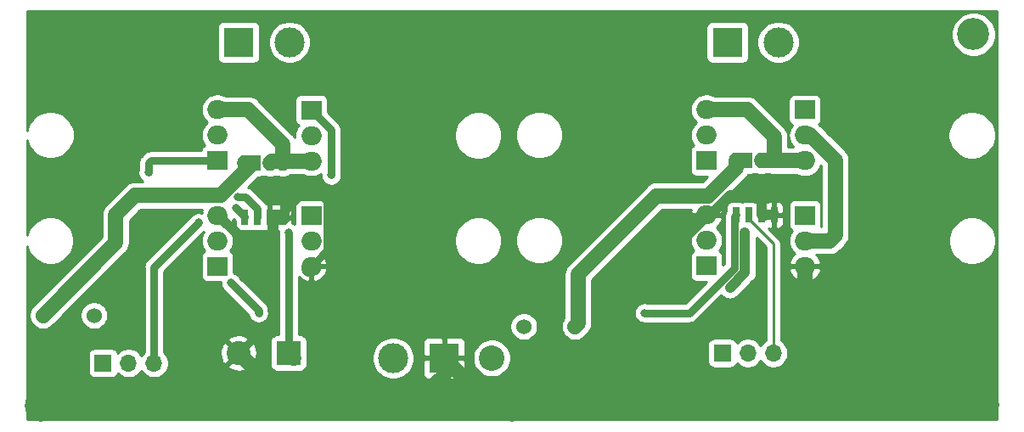
<source format=gbr>
%TF.GenerationSoftware,KiCad,Pcbnew,5.1.10-88a1d61d58~88~ubuntu20.04.1*%
%TF.CreationDate,2021-06-20T22:38:15+02:00*%
%TF.ProjectId,motor_driver_v1,6d6f746f-725f-4647-9269-7665725f7631,rev?*%
%TF.SameCoordinates,Original*%
%TF.FileFunction,Copper,L2,Bot*%
%TF.FilePolarity,Positive*%
%FSLAX46Y46*%
G04 Gerber Fmt 4.6, Leading zero omitted, Abs format (unit mm)*
G04 Created by KiCad (PCBNEW 5.1.10-88a1d61d58~88~ubuntu20.04.1) date 2021-06-20 22:38:15*
%MOMM*%
%LPD*%
G01*
G04 APERTURE LIST*
%TA.AperFunction,ComponentPad*%
%ADD10C,1.524000*%
%TD*%
%TA.AperFunction,ComponentPad*%
%ADD11O,2.000000X1.905000*%
%TD*%
%TA.AperFunction,ComponentPad*%
%ADD12R,2.000000X1.905000*%
%TD*%
%TA.AperFunction,ComponentPad*%
%ADD13O,1.700000X1.700000*%
%TD*%
%TA.AperFunction,ComponentPad*%
%ADD14R,1.700000X1.700000*%
%TD*%
%TA.AperFunction,ComponentPad*%
%ADD15C,3.000000*%
%TD*%
%TA.AperFunction,ComponentPad*%
%ADD16R,3.000000X3.000000*%
%TD*%
%TA.AperFunction,SMDPad,CuDef*%
%ADD17R,0.650000X1.528000*%
%TD*%
%TA.AperFunction,ComponentPad*%
%ADD18C,2.400000*%
%TD*%
%TA.AperFunction,ComponentPad*%
%ADD19R,2.400000X2.400000*%
%TD*%
%TA.AperFunction,ViaPad*%
%ADD20C,3.200000*%
%TD*%
%TA.AperFunction,ViaPad*%
%ADD21C,0.800000*%
%TD*%
%TA.AperFunction,ViaPad*%
%ADD22C,2.540000*%
%TD*%
%TA.AperFunction,Conductor*%
%ADD23C,1.500000*%
%TD*%
%TA.AperFunction,Conductor*%
%ADD24C,1.000000*%
%TD*%
%TA.AperFunction,Conductor*%
%ADD25C,0.750000*%
%TD*%
%TA.AperFunction,Conductor*%
%ADD26C,0.250000*%
%TD*%
%TA.AperFunction,Conductor*%
%ADD27C,0.254000*%
%TD*%
%TA.AperFunction,Conductor*%
%ADD28C,0.100000*%
%TD*%
G04 APERTURE END LIST*
D10*
%TO.P,F2,2*%
%TO.N,Net-(F2-Pad2)*%
X132300000Y-75100000D03*
%TO.P,F2,1*%
%TO.N,VCC*%
X127200000Y-75100000D03*
%TD*%
D11*
%TO.P,Q8,3*%
%TO.N,GND*%
X155225000Y-69080000D03*
%TO.P,Q8,2*%
%TO.N,Net-(C2-Pad1)*%
X155225000Y-66540000D03*
D12*
%TO.P,Q8,1*%
%TO.N,PWM4*%
X155225000Y-64000000D03*
%TD*%
D11*
%TO.P,Q7,3*%
%TO.N,GND*%
X145410000Y-63960000D03*
%TO.P,Q7,2*%
%TO.N,Net-(C2-Pad2)*%
X145410000Y-66500000D03*
D12*
%TO.P,Q7,1*%
%TO.N,PWM3*%
X145410000Y-69040000D03*
%TD*%
D11*
%TO.P,Q4,3*%
%TO.N,Net-(IC4-Pad3)*%
X155219400Y-58572400D03*
%TO.P,Q4,2*%
%TO.N,Net-(C2-Pad1)*%
X155219400Y-56032400D03*
D12*
%TO.P,Q4,1*%
%TO.N,PWM4*%
X155219400Y-53492400D03*
%TD*%
D11*
%TO.P,Q3,3*%
%TO.N,Net-(IC4-Pad3)*%
X145410000Y-53460000D03*
%TO.P,Q3,2*%
%TO.N,Net-(C2-Pad2)*%
X145410000Y-56000000D03*
D12*
%TO.P,Q3,1*%
%TO.N,PWM3*%
X145410000Y-58540000D03*
%TD*%
D13*
%TO.P,J4,3*%
%TO.N,I_MES2*%
X152080000Y-77750000D03*
%TO.P,J4,2*%
%TO.N,IN4*%
X149540000Y-77750000D03*
D14*
%TO.P,J4,1*%
%TO.N,IN3*%
X147000000Y-77750000D03*
%TD*%
D15*
%TO.P,J3,2*%
%TO.N,Net-(C2-Pad1)*%
X152580000Y-46750000D03*
D16*
%TO.P,J3,1*%
%TO.N,Net-(C2-Pad2)*%
X147500000Y-46750000D03*
%TD*%
D17*
%TO.P,IC4,8*%
%TO.N,+3V3*%
X148345000Y-63961000D03*
%TO.P,IC4,7*%
%TO.N,I_MES2*%
X149615000Y-63961000D03*
%TO.P,IC4,6*%
%TO.N,GND*%
X150885000Y-63961000D03*
%TO.P,IC4,5*%
X152155000Y-63961000D03*
%TO.P,IC4,4*%
%TO.N,Net-(IC4-Pad3)*%
X152155000Y-58539000D03*
%TO.P,IC4,3*%
X150885000Y-58539000D03*
%TO.P,IC4,2*%
%TO.N,Net-(F2-Pad2)*%
X149615000Y-58539000D03*
%TO.P,IC4,1*%
X148345000Y-58539000D03*
%TD*%
D13*
%TO.P,J2,3*%
%TO.N,I_MES1*%
X90330000Y-78750000D03*
%TO.P,J2,2*%
%TO.N,IN2*%
X87790000Y-78750000D03*
D14*
%TO.P,J2,1*%
%TO.N,IN1*%
X85250000Y-78750000D03*
%TD*%
D11*
%TO.P,Q6,3*%
%TO.N,GND*%
X106000000Y-69080000D03*
%TO.P,Q6,2*%
%TO.N,Net-(C1-Pad1)*%
X106000000Y-66540000D03*
D12*
%TO.P,Q6,1*%
%TO.N,PWM2*%
X106000000Y-64000000D03*
%TD*%
D11*
%TO.P,Q5,3*%
%TO.N,GND*%
X96650000Y-63995000D03*
%TO.P,Q5,2*%
%TO.N,Net-(C1-Pad2)*%
X96650000Y-66535000D03*
D12*
%TO.P,Q5,1*%
%TO.N,PWM1*%
X96650000Y-69075000D03*
%TD*%
D11*
%TO.P,Q2,3*%
%TO.N,Net-(IC2-Pad3)*%
X106000000Y-58580000D03*
%TO.P,Q2,2*%
%TO.N,Net-(C1-Pad1)*%
X106000000Y-56040000D03*
D12*
%TO.P,Q2,1*%
%TO.N,PWM2*%
X106000000Y-53500000D03*
%TD*%
D11*
%TO.P,Q1,3*%
%TO.N,Net-(IC2-Pad3)*%
X96660000Y-53460000D03*
%TO.P,Q1,2*%
%TO.N,Net-(C1-Pad2)*%
X96660000Y-56000000D03*
D12*
%TO.P,Q1,1*%
%TO.N,PWM1*%
X96660000Y-58540000D03*
%TD*%
D15*
%TO.P,J5,2*%
%TO.N,VCC*%
X114170000Y-78250000D03*
D16*
%TO.P,J5,1*%
%TO.N,GND*%
X119250000Y-78250000D03*
%TD*%
D15*
%TO.P,J1,2*%
%TO.N,Net-(C1-Pad1)*%
X103830000Y-46750000D03*
D16*
%TO.P,J1,1*%
%TO.N,Net-(C1-Pad2)*%
X98750000Y-46750000D03*
%TD*%
D17*
%TO.P,IC2,8*%
%TO.N,+3V3*%
X99345000Y-64211000D03*
%TO.P,IC2,7*%
%TO.N,I_MES1*%
X100615000Y-64211000D03*
%TO.P,IC2,6*%
%TO.N,GND*%
X101885000Y-64211000D03*
%TO.P,IC2,5*%
X103155000Y-64211000D03*
%TO.P,IC2,4*%
%TO.N,Net-(IC2-Pad3)*%
X103155000Y-58789000D03*
%TO.P,IC2,3*%
X101885000Y-58789000D03*
%TO.P,IC2,2*%
%TO.N,Net-(F1-Pad2)*%
X100615000Y-58789000D03*
%TO.P,IC2,1*%
X99345000Y-58789000D03*
%TD*%
D10*
%TO.P,F1,2*%
%TO.N,Net-(F1-Pad2)*%
X79250000Y-74000000D03*
%TO.P,F1,1*%
%TO.N,VCC*%
X84350000Y-74000000D03*
%TD*%
D18*
%TO.P,C5,2*%
%TO.N,GND*%
X98750000Y-77750000D03*
D19*
%TO.P,C5,1*%
%TO.N,VCC*%
X103750000Y-77750000D03*
%TD*%
D20*
%TO.N,GND*%
X80000000Y-46000000D03*
X126000000Y-46000000D03*
X126000000Y-83000000D03*
X79000000Y-83000000D03*
X173035000Y-82950000D03*
D21*
X102250000Y-66000000D03*
D20*
%TO.N,*%
X172035000Y-45950000D03*
D22*
%TO.N,+3V3*%
X124000000Y-78250000D03*
D21*
%TO.N,GND*%
X152155000Y-63961000D03*
X151000000Y-69000000D03*
X102250000Y-68750000D03*
%TO.N,VCC*%
X149250000Y-65750000D03*
X147750000Y-71250000D03*
X103750000Y-65750000D03*
%TO.N,PWM1*%
X89750000Y-59750000D03*
%TO.N,PWM2*%
X108000000Y-60000000D03*
%TO.N,+3V3*%
X139250000Y-73750000D03*
X100750000Y-73750000D03*
X98500000Y-63250000D03*
X98000000Y-70750000D03*
%TO.N,I_MES1*%
X94750000Y-64750000D03*
X98694091Y-62194091D03*
%TD*%
D23*
%TO.N,GND*%
X103155000Y-64211000D02*
X102289000Y-64211000D01*
X105750000Y-69330000D02*
X106000000Y-69080000D01*
D24*
X102250000Y-64250000D02*
X102289000Y-64211000D01*
X102250000Y-66000000D02*
X102250000Y-64250000D01*
X98740000Y-66000000D02*
X96660000Y-63920000D01*
X102250000Y-66000000D02*
X98740000Y-66000000D01*
D23*
X119250000Y-78250000D02*
X119250000Y-80000000D01*
X119250000Y-80000000D02*
X117750000Y-81500000D01*
X102500000Y-81500000D02*
X98750000Y-77750000D01*
X117750000Y-81500000D02*
X102500000Y-81500000D01*
D24*
X151289000Y-63961000D02*
X151250000Y-64000000D01*
X152155000Y-63961000D02*
X151289000Y-63961000D01*
X150885000Y-63961000D02*
X150885000Y-62385000D01*
X145840623Y-63960000D02*
X145410000Y-63960000D01*
X147800623Y-62000000D02*
X145840623Y-63960000D01*
X150500000Y-62000000D02*
X147800623Y-62000000D01*
X150885000Y-62385000D02*
X150500000Y-62000000D01*
D23*
X145211945Y-63960000D02*
X145410000Y-63960000D01*
X135250000Y-73921945D02*
X145211945Y-63960000D01*
X135250000Y-75750000D02*
X135250000Y-73921945D01*
X132750000Y-78250000D02*
X135250000Y-75750000D01*
X132750000Y-78250000D02*
X139000000Y-78250000D01*
X139000000Y-78250000D02*
X142500000Y-81750000D01*
X150744002Y-81750000D02*
X150994002Y-81500000D01*
X142500000Y-81750000D02*
X150744002Y-81750000D01*
X150994002Y-81500000D02*
X153750000Y-81500000D01*
X155225000Y-80025000D02*
X155225000Y-69080000D01*
X153750000Y-81500000D02*
X155225000Y-80025000D01*
D25*
X102250000Y-74250000D02*
X98750000Y-77750000D01*
X102250000Y-68750000D02*
X102250000Y-74250000D01*
X107575001Y-62587499D02*
X106737502Y-61750000D01*
X107575001Y-67504999D02*
X107575001Y-62587499D01*
X106000000Y-69080000D02*
X107575001Y-67504999D01*
X102739002Y-64211000D02*
X102289000Y-64211000D01*
X105200002Y-61750000D02*
X102739002Y-64211000D01*
X106737502Y-61750000D02*
X105200002Y-61750000D01*
D23*
X130750000Y-78250000D02*
X126000000Y-83000000D01*
X132750000Y-78250000D02*
X130750000Y-78250000D01*
X124000000Y-83000000D02*
X119250000Y-78250000D01*
X126000000Y-83000000D02*
X124000000Y-83000000D01*
%TO.N,VCC*%
X104250000Y-78250000D02*
X103750000Y-77750000D01*
D24*
X149250000Y-68412502D02*
X149250000Y-65750000D01*
X149250000Y-69750000D02*
X149250000Y-68412502D01*
X147750000Y-71250000D02*
X149250000Y-69750000D01*
D25*
X103750000Y-65750000D02*
X103750000Y-77750000D01*
D23*
%TO.N,Net-(F1-Pad2)*%
X96961502Y-62017490D02*
X88438512Y-62017490D01*
X88438512Y-62017490D02*
X87853001Y-62603001D01*
X100189992Y-58789000D02*
X96961502Y-62017490D01*
X99345000Y-58789000D02*
X100189992Y-58789000D01*
X87853001Y-62603001D02*
X86500000Y-63956002D01*
X86500000Y-63956002D02*
X86500000Y-66750000D01*
X86500000Y-66750000D02*
X79250000Y-74000000D01*
%TO.N,Net-(F2-Pad2)*%
X148345000Y-58539000D02*
X149189991Y-58539000D01*
X132600000Y-74800000D02*
X132300000Y-75100000D01*
X132600000Y-69900000D02*
X132600000Y-74800000D01*
X140442510Y-62057490D02*
X132600000Y-69900000D01*
X145555012Y-62057490D02*
X140442510Y-62057490D01*
X148345000Y-59267502D02*
X145555012Y-62057490D01*
X148345000Y-58539000D02*
X148345000Y-59267502D01*
D25*
%TO.N,PWM1*%
X96660000Y-58540000D02*
X90040000Y-58540000D01*
X90040000Y-58540000D02*
X89750000Y-58830000D01*
X89750000Y-58830000D02*
X89750000Y-59750000D01*
%TO.N,PWM2*%
X108000000Y-55500000D02*
X106000000Y-53500000D01*
X108000000Y-60000000D02*
X108000000Y-55500000D01*
%TO.N,+3V3*%
X148174990Y-69262512D02*
X143687502Y-73750000D01*
X148174990Y-64131010D02*
X148174990Y-69262512D01*
X148345000Y-63961000D02*
X148174990Y-64131010D01*
X143687502Y-73750000D02*
X139250000Y-73750000D01*
X99345000Y-64095000D02*
X98500000Y-63250000D01*
X99345000Y-64211000D02*
X99345000Y-64095000D01*
X100750000Y-73500000D02*
X98000000Y-70750000D01*
X100750000Y-73750000D02*
X100750000Y-73500000D01*
%TO.N,I_MES1*%
X90330000Y-69170000D02*
X94750000Y-64750000D01*
X90330000Y-78750000D02*
X90330000Y-69170000D01*
X100615000Y-63356998D02*
X100615000Y-64211000D01*
X99452093Y-62194091D02*
X100615000Y-63356998D01*
X98694091Y-62194091D02*
X99452093Y-62194091D01*
D23*
%TO.N,Net-(IC4-Pad3)*%
X152188400Y-58572400D02*
X152155000Y-58539000D01*
X155219400Y-58572400D02*
X152188400Y-58572400D01*
X152155000Y-58539000D02*
X150890001Y-58539000D01*
X152155000Y-58539000D02*
X152155000Y-56155000D01*
X149460000Y-53460000D02*
X145410000Y-53460000D01*
X152155000Y-56155000D02*
X149460000Y-53460000D01*
D26*
%TO.N,I_MES2*%
X152080000Y-66865000D02*
X152080000Y-77750000D01*
X149615000Y-64400000D02*
X152080000Y-66865000D01*
X149615000Y-63961000D02*
X149615000Y-64400000D01*
D23*
%TO.N,Net-(C2-Pad1)*%
X155219400Y-56032400D02*
X155782400Y-56032400D01*
X155782400Y-56032400D02*
X158250000Y-58500000D01*
X157725000Y-66540000D02*
X155225000Y-66540000D01*
X158250000Y-66015000D02*
X157725000Y-66540000D01*
X158250000Y-58500000D02*
X158250000Y-66015000D01*
D25*
%TO.N,Net-(IC2-Pad3)*%
X103155000Y-58789000D02*
X101885000Y-58789000D01*
X103364000Y-58580000D02*
X103155000Y-58789000D01*
X106000000Y-58580000D02*
X103364000Y-58580000D01*
D23*
X102099001Y-58580000D02*
X101890001Y-58789000D01*
X106000000Y-58580000D02*
X102099001Y-58580000D01*
X103155000Y-56905000D02*
X99710000Y-53460000D01*
X103155000Y-58789000D02*
X103155000Y-56905000D01*
X96660000Y-53460000D02*
X99710000Y-53460000D01*
%TD*%
D27*
%TO.N,GND*%
X174340001Y-84340000D02*
X77660000Y-84340000D01*
X77660000Y-73862408D01*
X77853000Y-73862408D01*
X77853000Y-74137592D01*
X77906686Y-74407490D01*
X78011995Y-74661727D01*
X78164880Y-74890535D01*
X78359465Y-75085120D01*
X78588273Y-75238005D01*
X78842510Y-75343314D01*
X79112408Y-75397000D01*
X79387592Y-75397000D01*
X79657490Y-75343314D01*
X79911727Y-75238005D01*
X80140535Y-75085120D01*
X80335120Y-74890535D01*
X80369292Y-74839393D01*
X81346277Y-73862408D01*
X82953000Y-73862408D01*
X82953000Y-74137592D01*
X83006686Y-74407490D01*
X83111995Y-74661727D01*
X83264880Y-74890535D01*
X83459465Y-75085120D01*
X83688273Y-75238005D01*
X83942510Y-75343314D01*
X84212408Y-75397000D01*
X84487592Y-75397000D01*
X84757490Y-75343314D01*
X85011727Y-75238005D01*
X85240535Y-75085120D01*
X85435120Y-74890535D01*
X85588005Y-74661727D01*
X85693314Y-74407490D01*
X85747000Y-74137592D01*
X85747000Y-73862408D01*
X85693314Y-73592510D01*
X85588005Y-73338273D01*
X85435120Y-73109465D01*
X85240535Y-72914880D01*
X85011727Y-72761995D01*
X84757490Y-72656686D01*
X84487592Y-72603000D01*
X84212408Y-72603000D01*
X83942510Y-72656686D01*
X83688273Y-72761995D01*
X83459465Y-72914880D01*
X83264880Y-73109465D01*
X83111995Y-73338273D01*
X83006686Y-73592510D01*
X82953000Y-73862408D01*
X81346277Y-73862408D01*
X87431236Y-67777450D01*
X87484081Y-67734081D01*
X87541004Y-67664721D01*
X87657156Y-67523189D01*
X87657157Y-67523188D01*
X87785764Y-67282581D01*
X87864960Y-67021507D01*
X87885000Y-66818037D01*
X87885000Y-66818028D01*
X87891700Y-66750001D01*
X87885000Y-66681974D01*
X87885000Y-64529687D01*
X88880453Y-63534235D01*
X88880458Y-63534229D01*
X89012197Y-63402490D01*
X95131166Y-63402490D01*
X95130429Y-63403906D01*
X95059437Y-63622020D01*
X95142484Y-63792296D01*
X95051898Y-63754774D01*
X94851939Y-63715000D01*
X94648061Y-63715000D01*
X94448102Y-63754774D01*
X94259744Y-63832795D01*
X94090226Y-63946063D01*
X93946063Y-64090226D01*
X93874870Y-64196774D01*
X89650901Y-68420744D01*
X89612368Y-68452367D01*
X89580745Y-68490900D01*
X89580744Y-68490901D01*
X89486154Y-68606160D01*
X89392368Y-68781621D01*
X89334615Y-68972006D01*
X89315114Y-69170000D01*
X89320001Y-69219618D01*
X89320000Y-77659893D01*
X89176525Y-77803368D01*
X89060000Y-77977760D01*
X88943475Y-77803368D01*
X88736632Y-77596525D01*
X88493411Y-77434010D01*
X88223158Y-77322068D01*
X87936260Y-77265000D01*
X87643740Y-77265000D01*
X87356842Y-77322068D01*
X87086589Y-77434010D01*
X86843368Y-77596525D01*
X86711513Y-77728380D01*
X86689502Y-77655820D01*
X86630537Y-77545506D01*
X86551185Y-77448815D01*
X86454494Y-77369463D01*
X86344180Y-77310498D01*
X86224482Y-77274188D01*
X86100000Y-77261928D01*
X84400000Y-77261928D01*
X84275518Y-77274188D01*
X84155820Y-77310498D01*
X84045506Y-77369463D01*
X83948815Y-77448815D01*
X83869463Y-77545506D01*
X83810498Y-77655820D01*
X83774188Y-77775518D01*
X83761928Y-77900000D01*
X83761928Y-79600000D01*
X83774188Y-79724482D01*
X83810498Y-79844180D01*
X83869463Y-79954494D01*
X83948815Y-80051185D01*
X84045506Y-80130537D01*
X84155820Y-80189502D01*
X84275518Y-80225812D01*
X84400000Y-80238072D01*
X86100000Y-80238072D01*
X86224482Y-80225812D01*
X86344180Y-80189502D01*
X86454494Y-80130537D01*
X86551185Y-80051185D01*
X86630537Y-79954494D01*
X86689502Y-79844180D01*
X86711513Y-79771620D01*
X86843368Y-79903475D01*
X87086589Y-80065990D01*
X87356842Y-80177932D01*
X87643740Y-80235000D01*
X87936260Y-80235000D01*
X88223158Y-80177932D01*
X88493411Y-80065990D01*
X88736632Y-79903475D01*
X88943475Y-79696632D01*
X89060000Y-79522240D01*
X89176525Y-79696632D01*
X89383368Y-79903475D01*
X89626589Y-80065990D01*
X89896842Y-80177932D01*
X90183740Y-80235000D01*
X90476260Y-80235000D01*
X90763158Y-80177932D01*
X91033411Y-80065990D01*
X91276632Y-79903475D01*
X91483475Y-79696632D01*
X91645990Y-79453411D01*
X91757932Y-79183158D01*
X91788799Y-79027980D01*
X97651626Y-79027980D01*
X97771514Y-79312836D01*
X98095210Y-79473699D01*
X98444069Y-79568322D01*
X98804684Y-79593067D01*
X99163198Y-79546985D01*
X99505833Y-79431846D01*
X99728486Y-79312836D01*
X99848374Y-79027980D01*
X98750000Y-77929605D01*
X97651626Y-79027980D01*
X91788799Y-79027980D01*
X91815000Y-78896260D01*
X91815000Y-78603740D01*
X91757932Y-78316842D01*
X91645990Y-78046589D01*
X91484355Y-77804684D01*
X96906933Y-77804684D01*
X96953015Y-78163198D01*
X97068154Y-78505833D01*
X97187164Y-78728486D01*
X97472020Y-78848374D01*
X98570395Y-77750000D01*
X98929605Y-77750000D01*
X100027980Y-78848374D01*
X100312836Y-78728486D01*
X100473699Y-78404790D01*
X100568322Y-78055931D01*
X100593067Y-77695316D01*
X100546985Y-77336802D01*
X100431846Y-76994167D01*
X100312836Y-76771514D01*
X100027980Y-76651626D01*
X98929605Y-77750000D01*
X98570395Y-77750000D01*
X97472020Y-76651626D01*
X97187164Y-76771514D01*
X97026301Y-77095210D01*
X96931678Y-77444069D01*
X96906933Y-77804684D01*
X91484355Y-77804684D01*
X91483475Y-77803368D01*
X91340000Y-77659893D01*
X91340000Y-76472020D01*
X97651626Y-76472020D01*
X98750000Y-77570395D01*
X99770394Y-76550000D01*
X101911928Y-76550000D01*
X101911928Y-78950000D01*
X101924188Y-79074482D01*
X101960498Y-79194180D01*
X102019463Y-79304494D01*
X102098815Y-79401185D01*
X102195506Y-79480537D01*
X102305820Y-79539502D01*
X102425518Y-79575812D01*
X102550000Y-79588072D01*
X103889856Y-79588072D01*
X103978493Y-79614960D01*
X104250000Y-79641700D01*
X104521507Y-79614960D01*
X104610144Y-79588072D01*
X104950000Y-79588072D01*
X105074482Y-79575812D01*
X105194180Y-79539502D01*
X105304494Y-79480537D01*
X105401185Y-79401185D01*
X105480537Y-79304494D01*
X105539502Y-79194180D01*
X105575812Y-79074482D01*
X105588072Y-78950000D01*
X105588072Y-78610144D01*
X105614960Y-78521507D01*
X105641700Y-78250000D01*
X105620991Y-78039721D01*
X112035000Y-78039721D01*
X112035000Y-78460279D01*
X112117047Y-78872756D01*
X112277988Y-79261302D01*
X112511637Y-79610983D01*
X112809017Y-79908363D01*
X113158698Y-80142012D01*
X113547244Y-80302953D01*
X113959721Y-80385000D01*
X114380279Y-80385000D01*
X114792756Y-80302953D01*
X115181302Y-80142012D01*
X115530983Y-79908363D01*
X115689346Y-79750000D01*
X117111928Y-79750000D01*
X117124188Y-79874482D01*
X117160498Y-79994180D01*
X117219463Y-80104494D01*
X117298815Y-80201185D01*
X117395506Y-80280537D01*
X117505820Y-80339502D01*
X117625518Y-80375812D01*
X117750000Y-80388072D01*
X118964250Y-80385000D01*
X119123000Y-80226250D01*
X119123000Y-78377000D01*
X119377000Y-78377000D01*
X119377000Y-80226250D01*
X119535750Y-80385000D01*
X120750000Y-80388072D01*
X120874482Y-80375812D01*
X120994180Y-80339502D01*
X121104494Y-80280537D01*
X121201185Y-80201185D01*
X121280537Y-80104494D01*
X121339502Y-79994180D01*
X121375812Y-79874482D01*
X121388072Y-79750000D01*
X121385000Y-78535750D01*
X121226250Y-78377000D01*
X119377000Y-78377000D01*
X119123000Y-78377000D01*
X117273750Y-78377000D01*
X117115000Y-78535750D01*
X117111928Y-79750000D01*
X115689346Y-79750000D01*
X115828363Y-79610983D01*
X116062012Y-79261302D01*
X116222953Y-78872756D01*
X116305000Y-78460279D01*
X116305000Y-78039721D01*
X116222953Y-77627244D01*
X116062012Y-77238698D01*
X115828363Y-76889017D01*
X115689346Y-76750000D01*
X117111928Y-76750000D01*
X117115000Y-77964250D01*
X117273750Y-78123000D01*
X119123000Y-78123000D01*
X119123000Y-76273750D01*
X119377000Y-76273750D01*
X119377000Y-78123000D01*
X121226250Y-78123000D01*
X121286876Y-78062374D01*
X122095000Y-78062374D01*
X122095000Y-78437626D01*
X122168209Y-78805668D01*
X122311811Y-79152356D01*
X122520290Y-79464366D01*
X122785634Y-79729710D01*
X123097644Y-79938189D01*
X123444332Y-80081791D01*
X123812374Y-80155000D01*
X124187626Y-80155000D01*
X124555668Y-80081791D01*
X124902356Y-79938189D01*
X125214366Y-79729710D01*
X125479710Y-79464366D01*
X125688189Y-79152356D01*
X125831791Y-78805668D01*
X125905000Y-78437626D01*
X125905000Y-78062374D01*
X125831791Y-77694332D01*
X125688189Y-77347644D01*
X125479710Y-77035634D01*
X125214366Y-76770290D01*
X124902356Y-76561811D01*
X124555668Y-76418209D01*
X124187626Y-76345000D01*
X123812374Y-76345000D01*
X123444332Y-76418209D01*
X123097644Y-76561811D01*
X122785634Y-76770290D01*
X122520290Y-77035634D01*
X122311811Y-77347644D01*
X122168209Y-77694332D01*
X122095000Y-78062374D01*
X121286876Y-78062374D01*
X121385000Y-77964250D01*
X121388072Y-76750000D01*
X121375812Y-76625518D01*
X121339502Y-76505820D01*
X121280537Y-76395506D01*
X121201185Y-76298815D01*
X121104494Y-76219463D01*
X120994180Y-76160498D01*
X120874482Y-76124188D01*
X120750000Y-76111928D01*
X119535750Y-76115000D01*
X119377000Y-76273750D01*
X119123000Y-76273750D01*
X118964250Y-76115000D01*
X117750000Y-76111928D01*
X117625518Y-76124188D01*
X117505820Y-76160498D01*
X117395506Y-76219463D01*
X117298815Y-76298815D01*
X117219463Y-76395506D01*
X117160498Y-76505820D01*
X117124188Y-76625518D01*
X117111928Y-76750000D01*
X115689346Y-76750000D01*
X115530983Y-76591637D01*
X115181302Y-76357988D01*
X114792756Y-76197047D01*
X114380279Y-76115000D01*
X113959721Y-76115000D01*
X113547244Y-76197047D01*
X113158698Y-76357988D01*
X112809017Y-76591637D01*
X112511637Y-76889017D01*
X112277988Y-77238698D01*
X112117047Y-77627244D01*
X112035000Y-78039721D01*
X105620991Y-78039721D01*
X105614960Y-77978493D01*
X105588072Y-77889856D01*
X105588072Y-76550000D01*
X105575812Y-76425518D01*
X105539502Y-76305820D01*
X105480537Y-76195506D01*
X105401185Y-76098815D01*
X105304494Y-76019463D01*
X105194180Y-75960498D01*
X105074482Y-75924188D01*
X104950000Y-75911928D01*
X104760000Y-75911928D01*
X104760000Y-74962408D01*
X125803000Y-74962408D01*
X125803000Y-75237592D01*
X125856686Y-75507490D01*
X125961995Y-75761727D01*
X126114880Y-75990535D01*
X126309465Y-76185120D01*
X126538273Y-76338005D01*
X126792510Y-76443314D01*
X127062408Y-76497000D01*
X127337592Y-76497000D01*
X127607490Y-76443314D01*
X127861727Y-76338005D01*
X128090535Y-76185120D01*
X128285120Y-75990535D01*
X128438005Y-75761727D01*
X128543314Y-75507490D01*
X128597000Y-75237592D01*
X128597000Y-74962408D01*
X130903000Y-74962408D01*
X130903000Y-75237592D01*
X130956686Y-75507490D01*
X131061995Y-75761727D01*
X131214880Y-75990535D01*
X131409465Y-76185120D01*
X131638273Y-76338005D01*
X131892510Y-76443314D01*
X132162408Y-76497000D01*
X132437592Y-76497000D01*
X132707490Y-76443314D01*
X132961727Y-76338005D01*
X133190535Y-76185120D01*
X133385120Y-75990535D01*
X133419292Y-75939393D01*
X133531231Y-75827454D01*
X133584081Y-75784081D01*
X133757157Y-75573188D01*
X133885764Y-75332581D01*
X133964960Y-75071507D01*
X133985000Y-74868037D01*
X133985000Y-74868028D01*
X133991700Y-74800001D01*
X133985000Y-74731974D01*
X133985000Y-73648061D01*
X138215000Y-73648061D01*
X138215000Y-73851939D01*
X138254774Y-74051898D01*
X138332795Y-74240256D01*
X138446063Y-74409774D01*
X138590226Y-74553937D01*
X138759744Y-74667205D01*
X138948102Y-74745226D01*
X139148061Y-74785000D01*
X139351939Y-74785000D01*
X139477623Y-74760000D01*
X143637894Y-74760000D01*
X143687502Y-74764886D01*
X143885496Y-74745385D01*
X143886020Y-74745226D01*
X144075882Y-74687632D01*
X144251342Y-74593847D01*
X144405135Y-74467633D01*
X144436763Y-74429094D01*
X146883086Y-71982771D01*
X146943552Y-72056448D01*
X147116378Y-72198283D01*
X147313554Y-72303676D01*
X147527502Y-72368577D01*
X147750000Y-72390491D01*
X147972498Y-72368577D01*
X148186446Y-72303676D01*
X148383622Y-72198283D01*
X148513143Y-72091988D01*
X150013140Y-70591992D01*
X150056449Y-70556449D01*
X150198284Y-70383623D01*
X150303676Y-70186447D01*
X150368577Y-69972499D01*
X150385000Y-69805752D01*
X150385000Y-69805743D01*
X150390490Y-69750001D01*
X150385000Y-69694259D01*
X150385000Y-66244802D01*
X151320000Y-67179803D01*
X151320001Y-76471821D01*
X151133368Y-76596525D01*
X150926525Y-76803368D01*
X150810000Y-76977760D01*
X150693475Y-76803368D01*
X150486632Y-76596525D01*
X150243411Y-76434010D01*
X149973158Y-76322068D01*
X149686260Y-76265000D01*
X149393740Y-76265000D01*
X149106842Y-76322068D01*
X148836589Y-76434010D01*
X148593368Y-76596525D01*
X148461513Y-76728380D01*
X148439502Y-76655820D01*
X148380537Y-76545506D01*
X148301185Y-76448815D01*
X148204494Y-76369463D01*
X148094180Y-76310498D01*
X147974482Y-76274188D01*
X147850000Y-76261928D01*
X146150000Y-76261928D01*
X146025518Y-76274188D01*
X145905820Y-76310498D01*
X145795506Y-76369463D01*
X145698815Y-76448815D01*
X145619463Y-76545506D01*
X145560498Y-76655820D01*
X145524188Y-76775518D01*
X145511928Y-76900000D01*
X145511928Y-78600000D01*
X145524188Y-78724482D01*
X145560498Y-78844180D01*
X145619463Y-78954494D01*
X145698815Y-79051185D01*
X145795506Y-79130537D01*
X145905820Y-79189502D01*
X146025518Y-79225812D01*
X146150000Y-79238072D01*
X147850000Y-79238072D01*
X147974482Y-79225812D01*
X148094180Y-79189502D01*
X148204494Y-79130537D01*
X148301185Y-79051185D01*
X148380537Y-78954494D01*
X148439502Y-78844180D01*
X148461513Y-78771620D01*
X148593368Y-78903475D01*
X148836589Y-79065990D01*
X149106842Y-79177932D01*
X149393740Y-79235000D01*
X149686260Y-79235000D01*
X149973158Y-79177932D01*
X150243411Y-79065990D01*
X150486632Y-78903475D01*
X150693475Y-78696632D01*
X150810000Y-78522240D01*
X150926525Y-78696632D01*
X151133368Y-78903475D01*
X151376589Y-79065990D01*
X151646842Y-79177932D01*
X151933740Y-79235000D01*
X152226260Y-79235000D01*
X152513158Y-79177932D01*
X152783411Y-79065990D01*
X153026632Y-78903475D01*
X153233475Y-78696632D01*
X153395990Y-78453411D01*
X153507932Y-78183158D01*
X153565000Y-77896260D01*
X153565000Y-77603740D01*
X153507932Y-77316842D01*
X153395990Y-77046589D01*
X153233475Y-76803368D01*
X153026632Y-76596525D01*
X152840000Y-76471822D01*
X152840000Y-69452980D01*
X153634437Y-69452980D01*
X153705429Y-69671094D01*
X153849031Y-69946923D01*
X154043685Y-70189437D01*
X154281911Y-70389316D01*
X154554554Y-70538879D01*
X154851137Y-70632378D01*
X155098000Y-70505570D01*
X155098000Y-69207000D01*
X155352000Y-69207000D01*
X155352000Y-70505570D01*
X155598863Y-70632378D01*
X155895446Y-70538879D01*
X156168089Y-70389316D01*
X156406315Y-70189437D01*
X156600969Y-69946923D01*
X156744571Y-69671094D01*
X156815563Y-69452980D01*
X156695594Y-69207000D01*
X155352000Y-69207000D01*
X155098000Y-69207000D01*
X153754406Y-69207000D01*
X153634437Y-69452980D01*
X152840000Y-69452980D01*
X152840000Y-66902322D01*
X152843676Y-66864999D01*
X152840000Y-66827676D01*
X152840000Y-66827667D01*
X152829003Y-66716014D01*
X152785546Y-66572753D01*
X152714974Y-66440724D01*
X152689574Y-66409774D01*
X152643799Y-66353996D01*
X152643795Y-66353992D01*
X152620001Y-66324999D01*
X152591009Y-66301206D01*
X151612353Y-65322551D01*
X151705518Y-65350812D01*
X151830000Y-65363072D01*
X151869250Y-65360000D01*
X152028000Y-65201250D01*
X152028000Y-64088000D01*
X152282000Y-64088000D01*
X152282000Y-65201250D01*
X152440750Y-65360000D01*
X152480000Y-65363072D01*
X152604482Y-65350812D01*
X152724180Y-65314502D01*
X152834494Y-65255537D01*
X152931185Y-65176185D01*
X153010537Y-65079494D01*
X153069502Y-64969180D01*
X153105812Y-64849482D01*
X153118072Y-64725000D01*
X153115000Y-64246750D01*
X152956250Y-64088000D01*
X152282000Y-64088000D01*
X152028000Y-64088000D01*
X151012000Y-64088000D01*
X151012000Y-64108000D01*
X150758000Y-64108000D01*
X150758000Y-64088000D01*
X150738000Y-64088000D01*
X150738000Y-63834000D01*
X150758000Y-63834000D01*
X150758000Y-62720750D01*
X151012000Y-62720750D01*
X151012000Y-63834000D01*
X152028000Y-63834000D01*
X152028000Y-62720750D01*
X152282000Y-62720750D01*
X152282000Y-63834000D01*
X152956250Y-63834000D01*
X153115000Y-63675250D01*
X153118072Y-63197000D01*
X153105812Y-63072518D01*
X153069502Y-62952820D01*
X153010537Y-62842506D01*
X152931185Y-62745815D01*
X152834494Y-62666463D01*
X152724180Y-62607498D01*
X152604482Y-62571188D01*
X152480000Y-62558928D01*
X152440750Y-62562000D01*
X152282000Y-62720750D01*
X152028000Y-62720750D01*
X151869250Y-62562000D01*
X151830000Y-62558928D01*
X151705518Y-62571188D01*
X151585820Y-62607498D01*
X151520000Y-62642680D01*
X151454180Y-62607498D01*
X151334482Y-62571188D01*
X151210000Y-62558928D01*
X151170750Y-62562000D01*
X151012000Y-62720750D01*
X150758000Y-62720750D01*
X150599250Y-62562000D01*
X150560000Y-62558928D01*
X150435518Y-62571188D01*
X150315820Y-62607498D01*
X150250000Y-62642680D01*
X150184180Y-62607498D01*
X150064482Y-62571188D01*
X149940000Y-62558928D01*
X149290000Y-62558928D01*
X149165518Y-62571188D01*
X149045820Y-62607498D01*
X148980000Y-62642680D01*
X148914180Y-62607498D01*
X148794482Y-62571188D01*
X148670000Y-62558928D01*
X148020000Y-62558928D01*
X147895518Y-62571188D01*
X147775820Y-62607498D01*
X147665506Y-62666463D01*
X147568815Y-62745815D01*
X147489463Y-62842506D01*
X147430498Y-62952820D01*
X147394188Y-63072518D01*
X147381928Y-63197000D01*
X147381928Y-63505288D01*
X147331143Y-63567170D01*
X147276846Y-63668754D01*
X147237358Y-63742631D01*
X147179605Y-63933016D01*
X147160104Y-64131010D01*
X147164990Y-64180618D01*
X147164991Y-68844156D01*
X147048072Y-68961075D01*
X147048072Y-68087500D01*
X147035812Y-67963018D01*
X146999502Y-67843320D01*
X146940537Y-67733006D01*
X146861185Y-67636315D01*
X146764494Y-67556963D01*
X146680554Y-67512095D01*
X146783845Y-67386235D01*
X146931255Y-67110449D01*
X147022030Y-66811204D01*
X147052681Y-66500000D01*
X147022030Y-66188796D01*
X146931255Y-65889551D01*
X146783845Y-65613765D01*
X146585463Y-65372037D01*
X146406101Y-65224837D01*
X146591315Y-65069437D01*
X146785969Y-64826923D01*
X146929571Y-64551094D01*
X147000563Y-64332980D01*
X146880594Y-64087000D01*
X145537000Y-64087000D01*
X145537000Y-64107000D01*
X145283000Y-64107000D01*
X145283000Y-64087000D01*
X143939406Y-64087000D01*
X143819437Y-64332980D01*
X143890429Y-64551094D01*
X144034031Y-64826923D01*
X144228685Y-65069437D01*
X144413899Y-65224837D01*
X144234537Y-65372037D01*
X144036155Y-65613765D01*
X143888745Y-65889551D01*
X143797970Y-66188796D01*
X143767319Y-66500000D01*
X143797970Y-66811204D01*
X143888745Y-67110449D01*
X144036155Y-67386235D01*
X144139446Y-67512095D01*
X144055506Y-67556963D01*
X143958815Y-67636315D01*
X143879463Y-67733006D01*
X143820498Y-67843320D01*
X143784188Y-67963018D01*
X143771928Y-68087500D01*
X143771928Y-69992500D01*
X143784188Y-70116982D01*
X143820498Y-70236680D01*
X143879463Y-70346994D01*
X143958815Y-70443685D01*
X144055506Y-70523037D01*
X144165820Y-70582002D01*
X144285518Y-70618312D01*
X144410000Y-70630572D01*
X145378575Y-70630572D01*
X143269147Y-72740000D01*
X139477623Y-72740000D01*
X139351939Y-72715000D01*
X139148061Y-72715000D01*
X138948102Y-72754774D01*
X138759744Y-72832795D01*
X138590226Y-72946063D01*
X138446063Y-73090226D01*
X138332795Y-73259744D01*
X138254774Y-73448102D01*
X138215000Y-73648061D01*
X133985000Y-73648061D01*
X133985000Y-70473685D01*
X141016196Y-63442490D01*
X143866479Y-63442490D01*
X143819437Y-63587020D01*
X143939406Y-63833000D01*
X145283000Y-63833000D01*
X145283000Y-63813000D01*
X145537000Y-63813000D01*
X145537000Y-63833000D01*
X146880594Y-63833000D01*
X147000563Y-63587020D01*
X146929571Y-63368906D01*
X146785969Y-63093077D01*
X146648891Y-62922296D01*
X149276236Y-60294952D01*
X149329081Y-60251583D01*
X149373062Y-60197993D01*
X149502157Y-60040690D01*
X149555404Y-59941072D01*
X149940000Y-59941072D01*
X150064482Y-59928812D01*
X150184180Y-59892502D01*
X150250000Y-59857320D01*
X150315820Y-59892502D01*
X150435518Y-59928812D01*
X150560000Y-59941072D01*
X151210000Y-59941072D01*
X151334482Y-59928812D01*
X151350345Y-59924000D01*
X151689655Y-59924000D01*
X151705518Y-59928812D01*
X151830000Y-59941072D01*
X151954582Y-59941072D01*
X152120363Y-59957400D01*
X152120371Y-59957400D01*
X152188400Y-59964100D01*
X152256429Y-59957400D01*
X154395401Y-59957400D01*
X154561451Y-60046155D01*
X154860696Y-60136930D01*
X155093914Y-60159900D01*
X155344886Y-60159900D01*
X155578104Y-60136930D01*
X155877349Y-60046155D01*
X156153135Y-59898745D01*
X156394863Y-59700363D01*
X156593245Y-59458635D01*
X156740655Y-59182849D01*
X156795003Y-59003689D01*
X156865000Y-59073686D01*
X156865001Y-65155000D01*
X156827145Y-65155000D01*
X156850812Y-65076982D01*
X156863072Y-64952500D01*
X156863072Y-63047500D01*
X156850812Y-62923018D01*
X156814502Y-62803320D01*
X156755537Y-62693006D01*
X156676185Y-62596315D01*
X156579494Y-62516963D01*
X156469180Y-62457998D01*
X156349482Y-62421688D01*
X156225000Y-62409428D01*
X154225000Y-62409428D01*
X154100518Y-62421688D01*
X153980820Y-62457998D01*
X153870506Y-62516963D01*
X153773815Y-62596315D01*
X153694463Y-62693006D01*
X153635498Y-62803320D01*
X153599188Y-62923018D01*
X153586928Y-63047500D01*
X153586928Y-64952500D01*
X153599188Y-65076982D01*
X153635498Y-65196680D01*
X153694463Y-65306994D01*
X153773815Y-65403685D01*
X153870506Y-65483037D01*
X153954446Y-65527905D01*
X153851155Y-65653765D01*
X153703745Y-65929551D01*
X153612970Y-66228796D01*
X153582319Y-66540000D01*
X153612970Y-66851204D01*
X153703745Y-67150449D01*
X153851155Y-67426235D01*
X154049537Y-67667963D01*
X154228899Y-67815163D01*
X154043685Y-67970563D01*
X153849031Y-68213077D01*
X153705429Y-68488906D01*
X153634437Y-68707020D01*
X153754406Y-68953000D01*
X155098000Y-68953000D01*
X155098000Y-68933000D01*
X155352000Y-68933000D01*
X155352000Y-68953000D01*
X156695594Y-68953000D01*
X156815563Y-68707020D01*
X156744571Y-68488906D01*
X156600969Y-68213077D01*
X156406315Y-67970563D01*
X156352011Y-67925000D01*
X157656971Y-67925000D01*
X157725000Y-67931700D01*
X157793029Y-67925000D01*
X157793037Y-67925000D01*
X157996507Y-67904960D01*
X158257581Y-67825764D01*
X158498188Y-67697157D01*
X158709081Y-67524081D01*
X158752454Y-67471231D01*
X159181231Y-67042454D01*
X159234081Y-66999081D01*
X159407157Y-66788188D01*
X159535764Y-66547581D01*
X159609320Y-66305098D01*
X169500000Y-66305098D01*
X169500000Y-66774902D01*
X169591654Y-67235679D01*
X169771440Y-67669721D01*
X170032450Y-68060349D01*
X170364651Y-68392550D01*
X170755279Y-68653560D01*
X171189321Y-68833346D01*
X171650098Y-68925000D01*
X172119902Y-68925000D01*
X172580679Y-68833346D01*
X173014721Y-68653560D01*
X173405349Y-68392550D01*
X173737550Y-68060349D01*
X173998560Y-67669721D01*
X174178346Y-67235679D01*
X174270000Y-66774902D01*
X174270000Y-66305098D01*
X174178346Y-65844321D01*
X173998560Y-65410279D01*
X173737550Y-65019651D01*
X173405349Y-64687450D01*
X173014721Y-64426440D01*
X172580679Y-64246654D01*
X172119902Y-64155000D01*
X171650098Y-64155000D01*
X171189321Y-64246654D01*
X170755279Y-64426440D01*
X170364651Y-64687450D01*
X170032450Y-65019651D01*
X169771440Y-65410279D01*
X169591654Y-65844321D01*
X169500000Y-66305098D01*
X159609320Y-66305098D01*
X159614960Y-66286507D01*
X159635000Y-66083037D01*
X159635000Y-66083028D01*
X159641700Y-66015001D01*
X159635000Y-65946974D01*
X159635000Y-58568026D01*
X159641700Y-58499999D01*
X159635000Y-58431972D01*
X159635000Y-58431963D01*
X159614960Y-58228493D01*
X159535764Y-57967419D01*
X159407157Y-57726812D01*
X159367252Y-57678188D01*
X159277452Y-57568766D01*
X159277445Y-57568759D01*
X159234080Y-57515919D01*
X159181241Y-57472555D01*
X157506184Y-55797498D01*
X169494400Y-55797498D01*
X169494400Y-56267302D01*
X169586054Y-56728079D01*
X169765840Y-57162121D01*
X170026850Y-57552749D01*
X170359051Y-57884950D01*
X170749679Y-58145960D01*
X171183721Y-58325746D01*
X171644498Y-58417400D01*
X172114302Y-58417400D01*
X172575079Y-58325746D01*
X173009121Y-58145960D01*
X173399749Y-57884950D01*
X173731950Y-57552749D01*
X173992960Y-57162121D01*
X174172746Y-56728079D01*
X174264400Y-56267302D01*
X174264400Y-55797498D01*
X174172746Y-55336721D01*
X173992960Y-54902679D01*
X173731950Y-54512051D01*
X173399749Y-54179850D01*
X173009121Y-53918840D01*
X172575079Y-53739054D01*
X172114302Y-53647400D01*
X171644498Y-53647400D01*
X171183721Y-53739054D01*
X170749679Y-53918840D01*
X170359051Y-54179850D01*
X170026850Y-54512051D01*
X169765840Y-54902679D01*
X169586054Y-55336721D01*
X169494400Y-55797498D01*
X157506184Y-55797498D01*
X156809854Y-55101169D01*
X156766481Y-55048319D01*
X156625784Y-54932852D01*
X156670585Y-54896085D01*
X156749937Y-54799394D01*
X156808902Y-54689080D01*
X156845212Y-54569382D01*
X156857472Y-54444900D01*
X156857472Y-52539900D01*
X156845212Y-52415418D01*
X156808902Y-52295720D01*
X156749937Y-52185406D01*
X156670585Y-52088715D01*
X156573894Y-52009363D01*
X156463580Y-51950398D01*
X156343882Y-51914088D01*
X156219400Y-51901828D01*
X154219400Y-51901828D01*
X154094918Y-51914088D01*
X153975220Y-51950398D01*
X153864906Y-52009363D01*
X153768215Y-52088715D01*
X153688863Y-52185406D01*
X153629898Y-52295720D01*
X153593588Y-52415418D01*
X153581328Y-52539900D01*
X153581328Y-54444900D01*
X153593588Y-54569382D01*
X153629898Y-54689080D01*
X153688863Y-54799394D01*
X153768215Y-54896085D01*
X153864906Y-54975437D01*
X153948846Y-55020305D01*
X153845555Y-55146165D01*
X153698145Y-55421951D01*
X153607370Y-55721196D01*
X153576719Y-56032400D01*
X153607370Y-56343604D01*
X153698145Y-56642849D01*
X153845555Y-56918635D01*
X154043937Y-57160363D01*
X154076882Y-57187400D01*
X153540000Y-57187400D01*
X153540000Y-56223037D01*
X153546701Y-56155000D01*
X153519960Y-55883493D01*
X153440764Y-55622419D01*
X153312157Y-55381812D01*
X153182452Y-55223766D01*
X153182450Y-55223764D01*
X153139081Y-55170919D01*
X153086236Y-55127550D01*
X150487454Y-52528769D01*
X150444081Y-52475919D01*
X150233188Y-52302843D01*
X149992581Y-52174236D01*
X149731507Y-52095040D01*
X149528037Y-52075000D01*
X149528029Y-52075000D01*
X149460000Y-52068300D01*
X149391971Y-52075000D01*
X146233999Y-52075000D01*
X146067949Y-51986245D01*
X145768704Y-51895470D01*
X145535486Y-51872500D01*
X145284514Y-51872500D01*
X145051296Y-51895470D01*
X144752051Y-51986245D01*
X144476265Y-52133655D01*
X144234537Y-52332037D01*
X144036155Y-52573765D01*
X143888745Y-52849551D01*
X143797970Y-53148796D01*
X143767319Y-53460000D01*
X143797970Y-53771204D01*
X143888745Y-54070449D01*
X144036155Y-54346235D01*
X144234537Y-54587963D01*
X144407609Y-54730000D01*
X144234537Y-54872037D01*
X144036155Y-55113765D01*
X143888745Y-55389551D01*
X143797970Y-55688796D01*
X143767319Y-56000000D01*
X143797970Y-56311204D01*
X143888745Y-56610449D01*
X144036155Y-56886235D01*
X144139446Y-57012095D01*
X144055506Y-57056963D01*
X143958815Y-57136315D01*
X143879463Y-57233006D01*
X143820498Y-57343320D01*
X143784188Y-57463018D01*
X143771928Y-57587500D01*
X143771928Y-59492500D01*
X143784188Y-59616982D01*
X143820498Y-59736680D01*
X143879463Y-59846994D01*
X143958815Y-59943685D01*
X144055506Y-60023037D01*
X144165820Y-60082002D01*
X144285518Y-60118312D01*
X144410000Y-60130572D01*
X145523245Y-60130572D01*
X144981327Y-60672490D01*
X140510538Y-60672490D01*
X140442509Y-60665790D01*
X140374480Y-60672490D01*
X140374473Y-60672490D01*
X140196609Y-60690008D01*
X140171002Y-60692530D01*
X139932477Y-60764886D01*
X139909929Y-60771726D01*
X139669322Y-60900333D01*
X139623873Y-60937632D01*
X139511276Y-61030038D01*
X139511274Y-61030040D01*
X139458429Y-61073409D01*
X139415060Y-61126254D01*
X131668765Y-68872550D01*
X131615919Y-68915920D01*
X131442843Y-69126813D01*
X131343028Y-69313554D01*
X131314236Y-69367420D01*
X131264591Y-69531079D01*
X131235040Y-69628494D01*
X131215000Y-69831964D01*
X131215000Y-69831971D01*
X131208300Y-69900000D01*
X131215000Y-69968029D01*
X131215001Y-74209344D01*
X131214880Y-74209465D01*
X131061995Y-74438273D01*
X130956686Y-74692510D01*
X130903000Y-74962408D01*
X128597000Y-74962408D01*
X128543314Y-74692510D01*
X128438005Y-74438273D01*
X128285120Y-74209465D01*
X128090535Y-74014880D01*
X127861727Y-73861995D01*
X127607490Y-73756686D01*
X127337592Y-73703000D01*
X127062408Y-73703000D01*
X126792510Y-73756686D01*
X126538273Y-73861995D01*
X126309465Y-74014880D01*
X126114880Y-74209465D01*
X125961995Y-74438273D01*
X125856686Y-74692510D01*
X125803000Y-74962408D01*
X104760000Y-74962408D01*
X104760000Y-70116323D01*
X104818685Y-70189437D01*
X105056911Y-70389316D01*
X105329554Y-70538879D01*
X105626137Y-70632378D01*
X105873000Y-70505570D01*
X105873000Y-69207000D01*
X106127000Y-69207000D01*
X106127000Y-70505570D01*
X106373863Y-70632378D01*
X106670446Y-70538879D01*
X106943089Y-70389316D01*
X107181315Y-70189437D01*
X107375969Y-69946923D01*
X107519571Y-69671094D01*
X107590563Y-69452980D01*
X107470594Y-69207000D01*
X106127000Y-69207000D01*
X105873000Y-69207000D01*
X105853000Y-69207000D01*
X105853000Y-68953000D01*
X105873000Y-68953000D01*
X105873000Y-68933000D01*
X106127000Y-68933000D01*
X106127000Y-68953000D01*
X107470594Y-68953000D01*
X107590563Y-68707020D01*
X107519571Y-68488906D01*
X107375969Y-68213077D01*
X107181315Y-67970563D01*
X106996101Y-67815163D01*
X107175463Y-67667963D01*
X107373845Y-67426235D01*
X107521255Y-67150449D01*
X107612030Y-66851204D01*
X107642681Y-66540000D01*
X107619546Y-66305098D01*
X120275000Y-66305098D01*
X120275000Y-66774902D01*
X120366654Y-67235679D01*
X120546440Y-67669721D01*
X120807450Y-68060349D01*
X121139651Y-68392550D01*
X121530279Y-68653560D01*
X121964321Y-68833346D01*
X122425098Y-68925000D01*
X122894902Y-68925000D01*
X123355679Y-68833346D01*
X123789721Y-68653560D01*
X124180349Y-68392550D01*
X124512550Y-68060349D01*
X124773560Y-67669721D01*
X124953346Y-67235679D01*
X125045000Y-66774902D01*
X125045000Y-66305098D01*
X125037044Y-66265098D01*
X126365000Y-66265098D01*
X126365000Y-66734902D01*
X126456654Y-67195679D01*
X126636440Y-67629721D01*
X126897450Y-68020349D01*
X127229651Y-68352550D01*
X127620279Y-68613560D01*
X128054321Y-68793346D01*
X128515098Y-68885000D01*
X128984902Y-68885000D01*
X129445679Y-68793346D01*
X129879721Y-68613560D01*
X130270349Y-68352550D01*
X130602550Y-68020349D01*
X130863560Y-67629721D01*
X131043346Y-67195679D01*
X131135000Y-66734902D01*
X131135000Y-66265098D01*
X131043346Y-65804321D01*
X130863560Y-65370279D01*
X130602550Y-64979651D01*
X130270349Y-64647450D01*
X129879721Y-64386440D01*
X129445679Y-64206654D01*
X128984902Y-64115000D01*
X128515098Y-64115000D01*
X128054321Y-64206654D01*
X127620279Y-64386440D01*
X127229651Y-64647450D01*
X126897450Y-64979651D01*
X126636440Y-65370279D01*
X126456654Y-65804321D01*
X126365000Y-66265098D01*
X125037044Y-66265098D01*
X124953346Y-65844321D01*
X124773560Y-65410279D01*
X124512550Y-65019651D01*
X124180349Y-64687450D01*
X123789721Y-64426440D01*
X123355679Y-64246654D01*
X122894902Y-64155000D01*
X122425098Y-64155000D01*
X121964321Y-64246654D01*
X121530279Y-64426440D01*
X121139651Y-64687450D01*
X120807450Y-65019651D01*
X120546440Y-65410279D01*
X120366654Y-65844321D01*
X120275000Y-66305098D01*
X107619546Y-66305098D01*
X107612030Y-66228796D01*
X107521255Y-65929551D01*
X107373845Y-65653765D01*
X107270554Y-65527905D01*
X107354494Y-65483037D01*
X107451185Y-65403685D01*
X107530537Y-65306994D01*
X107589502Y-65196680D01*
X107625812Y-65076982D01*
X107638072Y-64952500D01*
X107638072Y-63047500D01*
X107625812Y-62923018D01*
X107589502Y-62803320D01*
X107530537Y-62693006D01*
X107451185Y-62596315D01*
X107354494Y-62516963D01*
X107244180Y-62457998D01*
X107124482Y-62421688D01*
X107000000Y-62409428D01*
X105000000Y-62409428D01*
X104875518Y-62421688D01*
X104755820Y-62457998D01*
X104645506Y-62516963D01*
X104548815Y-62596315D01*
X104469463Y-62693006D01*
X104410498Y-62803320D01*
X104374188Y-62923018D01*
X104361928Y-63047500D01*
X104361928Y-64914093D01*
X104240256Y-64832795D01*
X104116830Y-64781670D01*
X104115000Y-64496750D01*
X103956250Y-64338000D01*
X103282000Y-64338000D01*
X103282000Y-64358000D01*
X103028000Y-64358000D01*
X103028000Y-64338000D01*
X102012000Y-64338000D01*
X102012000Y-65451250D01*
X102170750Y-65610000D01*
X102210000Y-65613072D01*
X102334482Y-65600812D01*
X102454180Y-65564502D01*
X102520000Y-65529320D01*
X102585820Y-65564502D01*
X102705518Y-65600812D01*
X102724036Y-65602636D01*
X102715000Y-65648061D01*
X102715000Y-65851939D01*
X102740000Y-65977624D01*
X102740001Y-75911928D01*
X102550000Y-75911928D01*
X102425518Y-75924188D01*
X102305820Y-75960498D01*
X102195506Y-76019463D01*
X102098815Y-76098815D01*
X102019463Y-76195506D01*
X101960498Y-76305820D01*
X101924188Y-76425518D01*
X101911928Y-76550000D01*
X99770394Y-76550000D01*
X99848374Y-76472020D01*
X99728486Y-76187164D01*
X99404790Y-76026301D01*
X99055931Y-75931678D01*
X98695316Y-75906933D01*
X98336802Y-75953015D01*
X97994167Y-76068154D01*
X97771514Y-76187164D01*
X97651626Y-76472020D01*
X91340000Y-76472020D01*
X91340000Y-69588355D01*
X95272210Y-65656146D01*
X95128745Y-65924551D01*
X95037970Y-66223796D01*
X95007319Y-66535000D01*
X95037970Y-66846204D01*
X95128745Y-67145449D01*
X95276155Y-67421235D01*
X95379446Y-67547095D01*
X95295506Y-67591963D01*
X95198815Y-67671315D01*
X95119463Y-67768006D01*
X95060498Y-67878320D01*
X95024188Y-67998018D01*
X95011928Y-68122500D01*
X95011928Y-70027500D01*
X95024188Y-70151982D01*
X95060498Y-70271680D01*
X95119463Y-70381994D01*
X95198815Y-70478685D01*
X95295506Y-70558037D01*
X95405820Y-70617002D01*
X95525518Y-70653312D01*
X95650000Y-70665572D01*
X96965000Y-70665572D01*
X96965000Y-70851939D01*
X97004774Y-71051898D01*
X97082795Y-71240256D01*
X97196063Y-71409774D01*
X97340226Y-71553937D01*
X97446777Y-71625132D01*
X99725284Y-73903639D01*
X99754774Y-74051898D01*
X99832795Y-74240256D01*
X99946063Y-74409774D01*
X100090226Y-74553937D01*
X100259744Y-74667205D01*
X100448102Y-74745226D01*
X100648061Y-74785000D01*
X100851939Y-74785000D01*
X101051898Y-74745226D01*
X101240256Y-74667205D01*
X101409774Y-74553937D01*
X101553937Y-74409774D01*
X101667205Y-74240256D01*
X101745226Y-74051898D01*
X101785000Y-73851939D01*
X101785000Y-73648061D01*
X101761794Y-73531394D01*
X101764886Y-73499999D01*
X101755854Y-73408300D01*
X101745385Y-73302007D01*
X101687632Y-73111620D01*
X101593847Y-72936160D01*
X101467633Y-72782367D01*
X101429094Y-72750739D01*
X98875132Y-70196777D01*
X98803937Y-70090226D01*
X98659774Y-69946063D01*
X98490256Y-69832795D01*
X98301898Y-69754774D01*
X98288072Y-69752024D01*
X98288072Y-68122500D01*
X98275812Y-67998018D01*
X98239502Y-67878320D01*
X98180537Y-67768006D01*
X98101185Y-67671315D01*
X98004494Y-67591963D01*
X97920554Y-67547095D01*
X98023845Y-67421235D01*
X98171255Y-67145449D01*
X98262030Y-66846204D01*
X98292681Y-66535000D01*
X98262030Y-66223796D01*
X98171255Y-65924551D01*
X98023845Y-65648765D01*
X97825463Y-65407037D01*
X97646101Y-65259837D01*
X97831315Y-65104437D01*
X98025969Y-64861923D01*
X98169571Y-64586094D01*
X98228055Y-64406410D01*
X98381928Y-64560284D01*
X98381928Y-64975000D01*
X98394188Y-65099482D01*
X98430498Y-65219180D01*
X98489463Y-65329494D01*
X98568815Y-65426185D01*
X98665506Y-65505537D01*
X98775820Y-65564502D01*
X98895518Y-65600812D01*
X99020000Y-65613072D01*
X99670000Y-65613072D01*
X99794482Y-65600812D01*
X99914180Y-65564502D01*
X99980000Y-65529320D01*
X100045820Y-65564502D01*
X100165518Y-65600812D01*
X100290000Y-65613072D01*
X100940000Y-65613072D01*
X101064482Y-65600812D01*
X101184180Y-65564502D01*
X101250000Y-65529320D01*
X101315820Y-65564502D01*
X101435518Y-65600812D01*
X101560000Y-65613072D01*
X101599250Y-65610000D01*
X101758000Y-65451250D01*
X101758000Y-64338000D01*
X101738000Y-64338000D01*
X101738000Y-64084000D01*
X101758000Y-64084000D01*
X101758000Y-62970750D01*
X102012000Y-62970750D01*
X102012000Y-64084000D01*
X103028000Y-64084000D01*
X103028000Y-62970750D01*
X103282000Y-62970750D01*
X103282000Y-64084000D01*
X103956250Y-64084000D01*
X104115000Y-63925250D01*
X104118072Y-63447000D01*
X104105812Y-63322518D01*
X104069502Y-63202820D01*
X104010537Y-63092506D01*
X103931185Y-62995815D01*
X103834494Y-62916463D01*
X103724180Y-62857498D01*
X103604482Y-62821188D01*
X103480000Y-62808928D01*
X103440750Y-62812000D01*
X103282000Y-62970750D01*
X103028000Y-62970750D01*
X102869250Y-62812000D01*
X102830000Y-62808928D01*
X102705518Y-62821188D01*
X102585820Y-62857498D01*
X102520000Y-62892680D01*
X102454180Y-62857498D01*
X102334482Y-62821188D01*
X102210000Y-62808928D01*
X102170750Y-62812000D01*
X102012000Y-62970750D01*
X101758000Y-62970750D01*
X101599250Y-62812000D01*
X101560000Y-62808928D01*
X101471913Y-62817603D01*
X101458847Y-62793158D01*
X101332633Y-62639365D01*
X101294099Y-62607741D01*
X100201354Y-61514997D01*
X100169726Y-61476458D01*
X100015933Y-61350244D01*
X99840473Y-61256459D01*
X99718284Y-61219393D01*
X100746606Y-60191072D01*
X100940000Y-60191072D01*
X101064482Y-60178812D01*
X101184180Y-60142502D01*
X101250000Y-60107320D01*
X101315820Y-60142502D01*
X101435518Y-60178812D01*
X101560000Y-60191072D01*
X102210000Y-60191072D01*
X102334482Y-60178812D01*
X102454180Y-60142502D01*
X102520000Y-60107320D01*
X102585820Y-60142502D01*
X102705518Y-60178812D01*
X102830000Y-60191072D01*
X103480000Y-60191072D01*
X103604482Y-60178812D01*
X103724180Y-60142502D01*
X103834494Y-60083537D01*
X103931185Y-60004185D01*
X103963343Y-59965000D01*
X105176001Y-59965000D01*
X105342051Y-60053755D01*
X105641296Y-60144530D01*
X105874514Y-60167500D01*
X106125486Y-60167500D01*
X106358704Y-60144530D01*
X106657949Y-60053755D01*
X106933735Y-59906345D01*
X106969130Y-59877297D01*
X106965000Y-59898061D01*
X106965000Y-60101939D01*
X107004774Y-60301898D01*
X107082795Y-60490256D01*
X107196063Y-60659774D01*
X107340226Y-60803937D01*
X107509744Y-60917205D01*
X107698102Y-60995226D01*
X107898061Y-61035000D01*
X108101939Y-61035000D01*
X108301898Y-60995226D01*
X108490256Y-60917205D01*
X108659774Y-60803937D01*
X108803937Y-60659774D01*
X108917205Y-60490256D01*
X108995226Y-60301898D01*
X109035000Y-60101939D01*
X109035000Y-59898061D01*
X109010000Y-59772377D01*
X109010000Y-55805098D01*
X120275000Y-55805098D01*
X120275000Y-56274902D01*
X120366654Y-56735679D01*
X120546440Y-57169721D01*
X120807450Y-57560349D01*
X121139651Y-57892550D01*
X121530279Y-58153560D01*
X121964321Y-58333346D01*
X122425098Y-58425000D01*
X122894902Y-58425000D01*
X123355679Y-58333346D01*
X123789721Y-58153560D01*
X124180349Y-57892550D01*
X124512550Y-57560349D01*
X124773560Y-57169721D01*
X124953346Y-56735679D01*
X125045000Y-56274902D01*
X125045000Y-55805098D01*
X125037044Y-55765098D01*
X126365000Y-55765098D01*
X126365000Y-56234902D01*
X126456654Y-56695679D01*
X126636440Y-57129721D01*
X126897450Y-57520349D01*
X127229651Y-57852550D01*
X127620279Y-58113560D01*
X128054321Y-58293346D01*
X128515098Y-58385000D01*
X128984902Y-58385000D01*
X129445679Y-58293346D01*
X129879721Y-58113560D01*
X130270349Y-57852550D01*
X130602550Y-57520349D01*
X130863560Y-57129721D01*
X131043346Y-56695679D01*
X131135000Y-56234902D01*
X131135000Y-55765098D01*
X131043346Y-55304321D01*
X130863560Y-54870279D01*
X130602550Y-54479651D01*
X130270349Y-54147450D01*
X129879721Y-53886440D01*
X129445679Y-53706654D01*
X128984902Y-53615000D01*
X128515098Y-53615000D01*
X128054321Y-53706654D01*
X127620279Y-53886440D01*
X127229651Y-54147450D01*
X126897450Y-54479651D01*
X126636440Y-54870279D01*
X126456654Y-55304321D01*
X126365000Y-55765098D01*
X125037044Y-55765098D01*
X124953346Y-55344321D01*
X124773560Y-54910279D01*
X124512550Y-54519651D01*
X124180349Y-54187450D01*
X123789721Y-53926440D01*
X123355679Y-53746654D01*
X122894902Y-53655000D01*
X122425098Y-53655000D01*
X121964321Y-53746654D01*
X121530279Y-53926440D01*
X121139651Y-54187450D01*
X120807450Y-54519651D01*
X120546440Y-54910279D01*
X120366654Y-55344321D01*
X120275000Y-55805098D01*
X109010000Y-55805098D01*
X109010000Y-55549604D01*
X109014886Y-55499999D01*
X109007947Y-55429551D01*
X108995385Y-55302006D01*
X108937632Y-55111620D01*
X108843847Y-54936160D01*
X108717633Y-54782367D01*
X108679094Y-54750739D01*
X107638072Y-53709717D01*
X107638072Y-52547500D01*
X107625812Y-52423018D01*
X107589502Y-52303320D01*
X107530537Y-52193006D01*
X107451185Y-52096315D01*
X107354494Y-52016963D01*
X107244180Y-51957998D01*
X107124482Y-51921688D01*
X107000000Y-51909428D01*
X105000000Y-51909428D01*
X104875518Y-51921688D01*
X104755820Y-51957998D01*
X104645506Y-52016963D01*
X104548815Y-52096315D01*
X104469463Y-52193006D01*
X104410498Y-52303320D01*
X104374188Y-52423018D01*
X104361928Y-52547500D01*
X104361928Y-54452500D01*
X104374188Y-54576982D01*
X104410498Y-54696680D01*
X104469463Y-54806994D01*
X104548815Y-54903685D01*
X104645506Y-54983037D01*
X104729446Y-55027905D01*
X104626155Y-55153765D01*
X104478745Y-55429551D01*
X104387970Y-55728796D01*
X104357319Y-56040000D01*
X104378606Y-56256129D01*
X104312157Y-56131812D01*
X104236809Y-56040000D01*
X104182452Y-55973766D01*
X104182450Y-55973764D01*
X104139081Y-55920919D01*
X104086236Y-55877550D01*
X100737454Y-52528769D01*
X100694081Y-52475919D01*
X100483188Y-52302843D01*
X100242581Y-52174236D01*
X99981507Y-52095040D01*
X99778037Y-52075000D01*
X99778029Y-52075000D01*
X99710000Y-52068300D01*
X99641971Y-52075000D01*
X97483999Y-52075000D01*
X97317949Y-51986245D01*
X97018704Y-51895470D01*
X96785486Y-51872500D01*
X96534514Y-51872500D01*
X96301296Y-51895470D01*
X96002051Y-51986245D01*
X95726265Y-52133655D01*
X95484537Y-52332037D01*
X95286155Y-52573765D01*
X95138745Y-52849551D01*
X95047970Y-53148796D01*
X95017319Y-53460000D01*
X95047970Y-53771204D01*
X95138745Y-54070449D01*
X95286155Y-54346235D01*
X95484537Y-54587963D01*
X95657609Y-54730000D01*
X95484537Y-54872037D01*
X95286155Y-55113765D01*
X95138745Y-55389551D01*
X95047970Y-55688796D01*
X95017319Y-56000000D01*
X95047970Y-56311204D01*
X95138745Y-56610449D01*
X95286155Y-56886235D01*
X95389446Y-57012095D01*
X95305506Y-57056963D01*
X95208815Y-57136315D01*
X95129463Y-57233006D01*
X95070498Y-57343320D01*
X95034188Y-57463018D01*
X95027591Y-57530000D01*
X90089608Y-57530000D01*
X90040000Y-57525114D01*
X89842005Y-57544615D01*
X89790138Y-57560349D01*
X89651620Y-57602368D01*
X89476160Y-57696153D01*
X89322367Y-57822367D01*
X89290739Y-57860906D01*
X89070906Y-58080739D01*
X89032367Y-58112367D01*
X88906153Y-58266160D01*
X88834283Y-58400621D01*
X88812368Y-58441621D01*
X88754615Y-58632006D01*
X88735114Y-58830000D01*
X88740000Y-58879609D01*
X88740001Y-59522373D01*
X88715000Y-59648061D01*
X88715000Y-59851939D01*
X88754774Y-60051898D01*
X88832795Y-60240256D01*
X88946063Y-60409774D01*
X89090226Y-60553937D01*
X89207789Y-60632490D01*
X88506541Y-60632490D01*
X88438512Y-60625790D01*
X88370483Y-60632490D01*
X88370475Y-60632490D01*
X88167005Y-60652530D01*
X87905931Y-60731726D01*
X87665324Y-60860333D01*
X87454431Y-61033409D01*
X87411060Y-61086257D01*
X86921773Y-61575544D01*
X86921767Y-61575549D01*
X85568765Y-62928552D01*
X85515919Y-62971922D01*
X85472550Y-63024767D01*
X85472548Y-63024769D01*
X85416958Y-63092506D01*
X85342843Y-63182815D01*
X85249740Y-63356998D01*
X85214236Y-63423422D01*
X85137845Y-63675250D01*
X85135040Y-63684496D01*
X85115000Y-63887966D01*
X85115000Y-63887973D01*
X85108300Y-63956002D01*
X85115000Y-64024032D01*
X85115001Y-66176313D01*
X78410607Y-72880708D01*
X78359465Y-72914880D01*
X78164880Y-73109465D01*
X78011995Y-73338273D01*
X77906686Y-73592510D01*
X77853000Y-73862408D01*
X77660000Y-73862408D01*
X77660000Y-67046406D01*
X77696654Y-67230679D01*
X77876440Y-67664721D01*
X78137450Y-68055349D01*
X78469651Y-68387550D01*
X78860279Y-68648560D01*
X79294321Y-68828346D01*
X79755098Y-68920000D01*
X80224902Y-68920000D01*
X80685679Y-68828346D01*
X81119721Y-68648560D01*
X81510349Y-68387550D01*
X81842550Y-68055349D01*
X82103560Y-67664721D01*
X82283346Y-67230679D01*
X82375000Y-66769902D01*
X82375000Y-66300098D01*
X82283346Y-65839321D01*
X82103560Y-65405279D01*
X81842550Y-65014651D01*
X81510349Y-64682450D01*
X81119721Y-64421440D01*
X80685679Y-64241654D01*
X80224902Y-64150000D01*
X79755098Y-64150000D01*
X79294321Y-64241654D01*
X78860279Y-64421440D01*
X78469651Y-64682450D01*
X78137450Y-65014651D01*
X77876440Y-65405279D01*
X77696654Y-65839321D01*
X77660000Y-66023594D01*
X77660000Y-56461133D01*
X77706654Y-56695679D01*
X77886440Y-57129721D01*
X78147450Y-57520349D01*
X78479651Y-57852550D01*
X78870279Y-58113560D01*
X79304321Y-58293346D01*
X79765098Y-58385000D01*
X80234902Y-58385000D01*
X80695679Y-58293346D01*
X81129721Y-58113560D01*
X81520349Y-57852550D01*
X81852550Y-57520349D01*
X82113560Y-57129721D01*
X82293346Y-56695679D01*
X82385000Y-56234902D01*
X82385000Y-55765098D01*
X82293346Y-55304321D01*
X82113560Y-54870279D01*
X81852550Y-54479651D01*
X81520349Y-54147450D01*
X81129721Y-53886440D01*
X80695679Y-53706654D01*
X80234902Y-53615000D01*
X79765098Y-53615000D01*
X79304321Y-53706654D01*
X78870279Y-53886440D01*
X78479651Y-54147450D01*
X78147450Y-54479651D01*
X77886440Y-54870279D01*
X77706654Y-55304321D01*
X77660000Y-55538867D01*
X77660000Y-45250000D01*
X96611928Y-45250000D01*
X96611928Y-48250000D01*
X96624188Y-48374482D01*
X96660498Y-48494180D01*
X96719463Y-48604494D01*
X96798815Y-48701185D01*
X96895506Y-48780537D01*
X97005820Y-48839502D01*
X97125518Y-48875812D01*
X97250000Y-48888072D01*
X100250000Y-48888072D01*
X100374482Y-48875812D01*
X100494180Y-48839502D01*
X100604494Y-48780537D01*
X100701185Y-48701185D01*
X100780537Y-48604494D01*
X100839502Y-48494180D01*
X100875812Y-48374482D01*
X100888072Y-48250000D01*
X100888072Y-46539721D01*
X101695000Y-46539721D01*
X101695000Y-46960279D01*
X101777047Y-47372756D01*
X101937988Y-47761302D01*
X102171637Y-48110983D01*
X102469017Y-48408363D01*
X102818698Y-48642012D01*
X103207244Y-48802953D01*
X103619721Y-48885000D01*
X104040279Y-48885000D01*
X104452756Y-48802953D01*
X104841302Y-48642012D01*
X105190983Y-48408363D01*
X105488363Y-48110983D01*
X105722012Y-47761302D01*
X105882953Y-47372756D01*
X105965000Y-46960279D01*
X105965000Y-46539721D01*
X105882953Y-46127244D01*
X105722012Y-45738698D01*
X105488363Y-45389017D01*
X105349346Y-45250000D01*
X145361928Y-45250000D01*
X145361928Y-48250000D01*
X145374188Y-48374482D01*
X145410498Y-48494180D01*
X145469463Y-48604494D01*
X145548815Y-48701185D01*
X145645506Y-48780537D01*
X145755820Y-48839502D01*
X145875518Y-48875812D01*
X146000000Y-48888072D01*
X149000000Y-48888072D01*
X149124482Y-48875812D01*
X149244180Y-48839502D01*
X149354494Y-48780537D01*
X149451185Y-48701185D01*
X149530537Y-48604494D01*
X149589502Y-48494180D01*
X149625812Y-48374482D01*
X149638072Y-48250000D01*
X149638072Y-46539721D01*
X150445000Y-46539721D01*
X150445000Y-46960279D01*
X150527047Y-47372756D01*
X150687988Y-47761302D01*
X150921637Y-48110983D01*
X151219017Y-48408363D01*
X151568698Y-48642012D01*
X151957244Y-48802953D01*
X152369721Y-48885000D01*
X152790279Y-48885000D01*
X153202756Y-48802953D01*
X153591302Y-48642012D01*
X153940983Y-48408363D01*
X154238363Y-48110983D01*
X154472012Y-47761302D01*
X154632953Y-47372756D01*
X154715000Y-46960279D01*
X154715000Y-46539721D01*
X154632953Y-46127244D01*
X154472012Y-45738698D01*
X154466115Y-45729872D01*
X169800000Y-45729872D01*
X169800000Y-46170128D01*
X169885890Y-46601925D01*
X170054369Y-47008669D01*
X170298962Y-47374729D01*
X170610271Y-47686038D01*
X170976331Y-47930631D01*
X171383075Y-48099110D01*
X171814872Y-48185000D01*
X172255128Y-48185000D01*
X172686925Y-48099110D01*
X173093669Y-47930631D01*
X173459729Y-47686038D01*
X173771038Y-47374729D01*
X174015631Y-47008669D01*
X174184110Y-46601925D01*
X174270000Y-46170128D01*
X174270000Y-45729872D01*
X174184110Y-45298075D01*
X174015631Y-44891331D01*
X173771038Y-44525271D01*
X173459729Y-44213962D01*
X173093669Y-43969369D01*
X172686925Y-43800890D01*
X172255128Y-43715000D01*
X171814872Y-43715000D01*
X171383075Y-43800890D01*
X170976331Y-43969369D01*
X170610271Y-44213962D01*
X170298962Y-44525271D01*
X170054369Y-44891331D01*
X169885890Y-45298075D01*
X169800000Y-45729872D01*
X154466115Y-45729872D01*
X154238363Y-45389017D01*
X153940983Y-45091637D01*
X153591302Y-44857988D01*
X153202756Y-44697047D01*
X152790279Y-44615000D01*
X152369721Y-44615000D01*
X151957244Y-44697047D01*
X151568698Y-44857988D01*
X151219017Y-45091637D01*
X150921637Y-45389017D01*
X150687988Y-45738698D01*
X150527047Y-46127244D01*
X150445000Y-46539721D01*
X149638072Y-46539721D01*
X149638072Y-45250000D01*
X149625812Y-45125518D01*
X149589502Y-45005820D01*
X149530537Y-44895506D01*
X149451185Y-44798815D01*
X149354494Y-44719463D01*
X149244180Y-44660498D01*
X149124482Y-44624188D01*
X149000000Y-44611928D01*
X146000000Y-44611928D01*
X145875518Y-44624188D01*
X145755820Y-44660498D01*
X145645506Y-44719463D01*
X145548815Y-44798815D01*
X145469463Y-44895506D01*
X145410498Y-45005820D01*
X145374188Y-45125518D01*
X145361928Y-45250000D01*
X105349346Y-45250000D01*
X105190983Y-45091637D01*
X104841302Y-44857988D01*
X104452756Y-44697047D01*
X104040279Y-44615000D01*
X103619721Y-44615000D01*
X103207244Y-44697047D01*
X102818698Y-44857988D01*
X102469017Y-45091637D01*
X102171637Y-45389017D01*
X101937988Y-45738698D01*
X101777047Y-46127244D01*
X101695000Y-46539721D01*
X100888072Y-46539721D01*
X100888072Y-45250000D01*
X100875812Y-45125518D01*
X100839502Y-45005820D01*
X100780537Y-44895506D01*
X100701185Y-44798815D01*
X100604494Y-44719463D01*
X100494180Y-44660498D01*
X100374482Y-44624188D01*
X100250000Y-44611928D01*
X97250000Y-44611928D01*
X97125518Y-44624188D01*
X97005820Y-44660498D01*
X96895506Y-44719463D01*
X96798815Y-44798815D01*
X96719463Y-44895506D01*
X96660498Y-45005820D01*
X96624188Y-45125518D01*
X96611928Y-45250000D01*
X77660000Y-45250000D01*
X77660000Y-43660000D01*
X174340000Y-43660000D01*
X174340001Y-84340000D01*
%TA.AperFunction,Conductor*%
D28*
G36*
X174340001Y-84340000D02*
G01*
X77660000Y-84340000D01*
X77660000Y-73862408D01*
X77853000Y-73862408D01*
X77853000Y-74137592D01*
X77906686Y-74407490D01*
X78011995Y-74661727D01*
X78164880Y-74890535D01*
X78359465Y-75085120D01*
X78588273Y-75238005D01*
X78842510Y-75343314D01*
X79112408Y-75397000D01*
X79387592Y-75397000D01*
X79657490Y-75343314D01*
X79911727Y-75238005D01*
X80140535Y-75085120D01*
X80335120Y-74890535D01*
X80369292Y-74839393D01*
X81346277Y-73862408D01*
X82953000Y-73862408D01*
X82953000Y-74137592D01*
X83006686Y-74407490D01*
X83111995Y-74661727D01*
X83264880Y-74890535D01*
X83459465Y-75085120D01*
X83688273Y-75238005D01*
X83942510Y-75343314D01*
X84212408Y-75397000D01*
X84487592Y-75397000D01*
X84757490Y-75343314D01*
X85011727Y-75238005D01*
X85240535Y-75085120D01*
X85435120Y-74890535D01*
X85588005Y-74661727D01*
X85693314Y-74407490D01*
X85747000Y-74137592D01*
X85747000Y-73862408D01*
X85693314Y-73592510D01*
X85588005Y-73338273D01*
X85435120Y-73109465D01*
X85240535Y-72914880D01*
X85011727Y-72761995D01*
X84757490Y-72656686D01*
X84487592Y-72603000D01*
X84212408Y-72603000D01*
X83942510Y-72656686D01*
X83688273Y-72761995D01*
X83459465Y-72914880D01*
X83264880Y-73109465D01*
X83111995Y-73338273D01*
X83006686Y-73592510D01*
X82953000Y-73862408D01*
X81346277Y-73862408D01*
X87431236Y-67777450D01*
X87484081Y-67734081D01*
X87541004Y-67664721D01*
X87657156Y-67523189D01*
X87657157Y-67523188D01*
X87785764Y-67282581D01*
X87864960Y-67021507D01*
X87885000Y-66818037D01*
X87885000Y-66818028D01*
X87891700Y-66750001D01*
X87885000Y-66681974D01*
X87885000Y-64529687D01*
X88880453Y-63534235D01*
X88880458Y-63534229D01*
X89012197Y-63402490D01*
X95131166Y-63402490D01*
X95130429Y-63403906D01*
X95059437Y-63622020D01*
X95142484Y-63792296D01*
X95051898Y-63754774D01*
X94851939Y-63715000D01*
X94648061Y-63715000D01*
X94448102Y-63754774D01*
X94259744Y-63832795D01*
X94090226Y-63946063D01*
X93946063Y-64090226D01*
X93874870Y-64196774D01*
X89650901Y-68420744D01*
X89612368Y-68452367D01*
X89580745Y-68490900D01*
X89580744Y-68490901D01*
X89486154Y-68606160D01*
X89392368Y-68781621D01*
X89334615Y-68972006D01*
X89315114Y-69170000D01*
X89320001Y-69219618D01*
X89320000Y-77659893D01*
X89176525Y-77803368D01*
X89060000Y-77977760D01*
X88943475Y-77803368D01*
X88736632Y-77596525D01*
X88493411Y-77434010D01*
X88223158Y-77322068D01*
X87936260Y-77265000D01*
X87643740Y-77265000D01*
X87356842Y-77322068D01*
X87086589Y-77434010D01*
X86843368Y-77596525D01*
X86711513Y-77728380D01*
X86689502Y-77655820D01*
X86630537Y-77545506D01*
X86551185Y-77448815D01*
X86454494Y-77369463D01*
X86344180Y-77310498D01*
X86224482Y-77274188D01*
X86100000Y-77261928D01*
X84400000Y-77261928D01*
X84275518Y-77274188D01*
X84155820Y-77310498D01*
X84045506Y-77369463D01*
X83948815Y-77448815D01*
X83869463Y-77545506D01*
X83810498Y-77655820D01*
X83774188Y-77775518D01*
X83761928Y-77900000D01*
X83761928Y-79600000D01*
X83774188Y-79724482D01*
X83810498Y-79844180D01*
X83869463Y-79954494D01*
X83948815Y-80051185D01*
X84045506Y-80130537D01*
X84155820Y-80189502D01*
X84275518Y-80225812D01*
X84400000Y-80238072D01*
X86100000Y-80238072D01*
X86224482Y-80225812D01*
X86344180Y-80189502D01*
X86454494Y-80130537D01*
X86551185Y-80051185D01*
X86630537Y-79954494D01*
X86689502Y-79844180D01*
X86711513Y-79771620D01*
X86843368Y-79903475D01*
X87086589Y-80065990D01*
X87356842Y-80177932D01*
X87643740Y-80235000D01*
X87936260Y-80235000D01*
X88223158Y-80177932D01*
X88493411Y-80065990D01*
X88736632Y-79903475D01*
X88943475Y-79696632D01*
X89060000Y-79522240D01*
X89176525Y-79696632D01*
X89383368Y-79903475D01*
X89626589Y-80065990D01*
X89896842Y-80177932D01*
X90183740Y-80235000D01*
X90476260Y-80235000D01*
X90763158Y-80177932D01*
X91033411Y-80065990D01*
X91276632Y-79903475D01*
X91483475Y-79696632D01*
X91645990Y-79453411D01*
X91757932Y-79183158D01*
X91788799Y-79027980D01*
X97651626Y-79027980D01*
X97771514Y-79312836D01*
X98095210Y-79473699D01*
X98444069Y-79568322D01*
X98804684Y-79593067D01*
X99163198Y-79546985D01*
X99505833Y-79431846D01*
X99728486Y-79312836D01*
X99848374Y-79027980D01*
X98750000Y-77929605D01*
X97651626Y-79027980D01*
X91788799Y-79027980D01*
X91815000Y-78896260D01*
X91815000Y-78603740D01*
X91757932Y-78316842D01*
X91645990Y-78046589D01*
X91484355Y-77804684D01*
X96906933Y-77804684D01*
X96953015Y-78163198D01*
X97068154Y-78505833D01*
X97187164Y-78728486D01*
X97472020Y-78848374D01*
X98570395Y-77750000D01*
X98929605Y-77750000D01*
X100027980Y-78848374D01*
X100312836Y-78728486D01*
X100473699Y-78404790D01*
X100568322Y-78055931D01*
X100593067Y-77695316D01*
X100546985Y-77336802D01*
X100431846Y-76994167D01*
X100312836Y-76771514D01*
X100027980Y-76651626D01*
X98929605Y-77750000D01*
X98570395Y-77750000D01*
X97472020Y-76651626D01*
X97187164Y-76771514D01*
X97026301Y-77095210D01*
X96931678Y-77444069D01*
X96906933Y-77804684D01*
X91484355Y-77804684D01*
X91483475Y-77803368D01*
X91340000Y-77659893D01*
X91340000Y-76472020D01*
X97651626Y-76472020D01*
X98750000Y-77570395D01*
X99770394Y-76550000D01*
X101911928Y-76550000D01*
X101911928Y-78950000D01*
X101924188Y-79074482D01*
X101960498Y-79194180D01*
X102019463Y-79304494D01*
X102098815Y-79401185D01*
X102195506Y-79480537D01*
X102305820Y-79539502D01*
X102425518Y-79575812D01*
X102550000Y-79588072D01*
X103889856Y-79588072D01*
X103978493Y-79614960D01*
X104250000Y-79641700D01*
X104521507Y-79614960D01*
X104610144Y-79588072D01*
X104950000Y-79588072D01*
X105074482Y-79575812D01*
X105194180Y-79539502D01*
X105304494Y-79480537D01*
X105401185Y-79401185D01*
X105480537Y-79304494D01*
X105539502Y-79194180D01*
X105575812Y-79074482D01*
X105588072Y-78950000D01*
X105588072Y-78610144D01*
X105614960Y-78521507D01*
X105641700Y-78250000D01*
X105620991Y-78039721D01*
X112035000Y-78039721D01*
X112035000Y-78460279D01*
X112117047Y-78872756D01*
X112277988Y-79261302D01*
X112511637Y-79610983D01*
X112809017Y-79908363D01*
X113158698Y-80142012D01*
X113547244Y-80302953D01*
X113959721Y-80385000D01*
X114380279Y-80385000D01*
X114792756Y-80302953D01*
X115181302Y-80142012D01*
X115530983Y-79908363D01*
X115689346Y-79750000D01*
X117111928Y-79750000D01*
X117124188Y-79874482D01*
X117160498Y-79994180D01*
X117219463Y-80104494D01*
X117298815Y-80201185D01*
X117395506Y-80280537D01*
X117505820Y-80339502D01*
X117625518Y-80375812D01*
X117750000Y-80388072D01*
X118964250Y-80385000D01*
X119123000Y-80226250D01*
X119123000Y-78377000D01*
X119377000Y-78377000D01*
X119377000Y-80226250D01*
X119535750Y-80385000D01*
X120750000Y-80388072D01*
X120874482Y-80375812D01*
X120994180Y-80339502D01*
X121104494Y-80280537D01*
X121201185Y-80201185D01*
X121280537Y-80104494D01*
X121339502Y-79994180D01*
X121375812Y-79874482D01*
X121388072Y-79750000D01*
X121385000Y-78535750D01*
X121226250Y-78377000D01*
X119377000Y-78377000D01*
X119123000Y-78377000D01*
X117273750Y-78377000D01*
X117115000Y-78535750D01*
X117111928Y-79750000D01*
X115689346Y-79750000D01*
X115828363Y-79610983D01*
X116062012Y-79261302D01*
X116222953Y-78872756D01*
X116305000Y-78460279D01*
X116305000Y-78039721D01*
X116222953Y-77627244D01*
X116062012Y-77238698D01*
X115828363Y-76889017D01*
X115689346Y-76750000D01*
X117111928Y-76750000D01*
X117115000Y-77964250D01*
X117273750Y-78123000D01*
X119123000Y-78123000D01*
X119123000Y-76273750D01*
X119377000Y-76273750D01*
X119377000Y-78123000D01*
X121226250Y-78123000D01*
X121286876Y-78062374D01*
X122095000Y-78062374D01*
X122095000Y-78437626D01*
X122168209Y-78805668D01*
X122311811Y-79152356D01*
X122520290Y-79464366D01*
X122785634Y-79729710D01*
X123097644Y-79938189D01*
X123444332Y-80081791D01*
X123812374Y-80155000D01*
X124187626Y-80155000D01*
X124555668Y-80081791D01*
X124902356Y-79938189D01*
X125214366Y-79729710D01*
X125479710Y-79464366D01*
X125688189Y-79152356D01*
X125831791Y-78805668D01*
X125905000Y-78437626D01*
X125905000Y-78062374D01*
X125831791Y-77694332D01*
X125688189Y-77347644D01*
X125479710Y-77035634D01*
X125214366Y-76770290D01*
X124902356Y-76561811D01*
X124555668Y-76418209D01*
X124187626Y-76345000D01*
X123812374Y-76345000D01*
X123444332Y-76418209D01*
X123097644Y-76561811D01*
X122785634Y-76770290D01*
X122520290Y-77035634D01*
X122311811Y-77347644D01*
X122168209Y-77694332D01*
X122095000Y-78062374D01*
X121286876Y-78062374D01*
X121385000Y-77964250D01*
X121388072Y-76750000D01*
X121375812Y-76625518D01*
X121339502Y-76505820D01*
X121280537Y-76395506D01*
X121201185Y-76298815D01*
X121104494Y-76219463D01*
X120994180Y-76160498D01*
X120874482Y-76124188D01*
X120750000Y-76111928D01*
X119535750Y-76115000D01*
X119377000Y-76273750D01*
X119123000Y-76273750D01*
X118964250Y-76115000D01*
X117750000Y-76111928D01*
X117625518Y-76124188D01*
X117505820Y-76160498D01*
X117395506Y-76219463D01*
X117298815Y-76298815D01*
X117219463Y-76395506D01*
X117160498Y-76505820D01*
X117124188Y-76625518D01*
X117111928Y-76750000D01*
X115689346Y-76750000D01*
X115530983Y-76591637D01*
X115181302Y-76357988D01*
X114792756Y-76197047D01*
X114380279Y-76115000D01*
X113959721Y-76115000D01*
X113547244Y-76197047D01*
X113158698Y-76357988D01*
X112809017Y-76591637D01*
X112511637Y-76889017D01*
X112277988Y-77238698D01*
X112117047Y-77627244D01*
X112035000Y-78039721D01*
X105620991Y-78039721D01*
X105614960Y-77978493D01*
X105588072Y-77889856D01*
X105588072Y-76550000D01*
X105575812Y-76425518D01*
X105539502Y-76305820D01*
X105480537Y-76195506D01*
X105401185Y-76098815D01*
X105304494Y-76019463D01*
X105194180Y-75960498D01*
X105074482Y-75924188D01*
X104950000Y-75911928D01*
X104760000Y-75911928D01*
X104760000Y-74962408D01*
X125803000Y-74962408D01*
X125803000Y-75237592D01*
X125856686Y-75507490D01*
X125961995Y-75761727D01*
X126114880Y-75990535D01*
X126309465Y-76185120D01*
X126538273Y-76338005D01*
X126792510Y-76443314D01*
X127062408Y-76497000D01*
X127337592Y-76497000D01*
X127607490Y-76443314D01*
X127861727Y-76338005D01*
X128090535Y-76185120D01*
X128285120Y-75990535D01*
X128438005Y-75761727D01*
X128543314Y-75507490D01*
X128597000Y-75237592D01*
X128597000Y-74962408D01*
X130903000Y-74962408D01*
X130903000Y-75237592D01*
X130956686Y-75507490D01*
X131061995Y-75761727D01*
X131214880Y-75990535D01*
X131409465Y-76185120D01*
X131638273Y-76338005D01*
X131892510Y-76443314D01*
X132162408Y-76497000D01*
X132437592Y-76497000D01*
X132707490Y-76443314D01*
X132961727Y-76338005D01*
X133190535Y-76185120D01*
X133385120Y-75990535D01*
X133419292Y-75939393D01*
X133531231Y-75827454D01*
X133584081Y-75784081D01*
X133757157Y-75573188D01*
X133885764Y-75332581D01*
X133964960Y-75071507D01*
X133985000Y-74868037D01*
X133985000Y-74868028D01*
X133991700Y-74800001D01*
X133985000Y-74731974D01*
X133985000Y-73648061D01*
X138215000Y-73648061D01*
X138215000Y-73851939D01*
X138254774Y-74051898D01*
X138332795Y-74240256D01*
X138446063Y-74409774D01*
X138590226Y-74553937D01*
X138759744Y-74667205D01*
X138948102Y-74745226D01*
X139148061Y-74785000D01*
X139351939Y-74785000D01*
X139477623Y-74760000D01*
X143637894Y-74760000D01*
X143687502Y-74764886D01*
X143885496Y-74745385D01*
X143886020Y-74745226D01*
X144075882Y-74687632D01*
X144251342Y-74593847D01*
X144405135Y-74467633D01*
X144436763Y-74429094D01*
X146883086Y-71982771D01*
X146943552Y-72056448D01*
X147116378Y-72198283D01*
X147313554Y-72303676D01*
X147527502Y-72368577D01*
X147750000Y-72390491D01*
X147972498Y-72368577D01*
X148186446Y-72303676D01*
X148383622Y-72198283D01*
X148513143Y-72091988D01*
X150013140Y-70591992D01*
X150056449Y-70556449D01*
X150198284Y-70383623D01*
X150303676Y-70186447D01*
X150368577Y-69972499D01*
X150385000Y-69805752D01*
X150385000Y-69805743D01*
X150390490Y-69750001D01*
X150385000Y-69694259D01*
X150385000Y-66244802D01*
X151320000Y-67179803D01*
X151320001Y-76471821D01*
X151133368Y-76596525D01*
X150926525Y-76803368D01*
X150810000Y-76977760D01*
X150693475Y-76803368D01*
X150486632Y-76596525D01*
X150243411Y-76434010D01*
X149973158Y-76322068D01*
X149686260Y-76265000D01*
X149393740Y-76265000D01*
X149106842Y-76322068D01*
X148836589Y-76434010D01*
X148593368Y-76596525D01*
X148461513Y-76728380D01*
X148439502Y-76655820D01*
X148380537Y-76545506D01*
X148301185Y-76448815D01*
X148204494Y-76369463D01*
X148094180Y-76310498D01*
X147974482Y-76274188D01*
X147850000Y-76261928D01*
X146150000Y-76261928D01*
X146025518Y-76274188D01*
X145905820Y-76310498D01*
X145795506Y-76369463D01*
X145698815Y-76448815D01*
X145619463Y-76545506D01*
X145560498Y-76655820D01*
X145524188Y-76775518D01*
X145511928Y-76900000D01*
X145511928Y-78600000D01*
X145524188Y-78724482D01*
X145560498Y-78844180D01*
X145619463Y-78954494D01*
X145698815Y-79051185D01*
X145795506Y-79130537D01*
X145905820Y-79189502D01*
X146025518Y-79225812D01*
X146150000Y-79238072D01*
X147850000Y-79238072D01*
X147974482Y-79225812D01*
X148094180Y-79189502D01*
X148204494Y-79130537D01*
X148301185Y-79051185D01*
X148380537Y-78954494D01*
X148439502Y-78844180D01*
X148461513Y-78771620D01*
X148593368Y-78903475D01*
X148836589Y-79065990D01*
X149106842Y-79177932D01*
X149393740Y-79235000D01*
X149686260Y-79235000D01*
X149973158Y-79177932D01*
X150243411Y-79065990D01*
X150486632Y-78903475D01*
X150693475Y-78696632D01*
X150810000Y-78522240D01*
X150926525Y-78696632D01*
X151133368Y-78903475D01*
X151376589Y-79065990D01*
X151646842Y-79177932D01*
X151933740Y-79235000D01*
X152226260Y-79235000D01*
X152513158Y-79177932D01*
X152783411Y-79065990D01*
X153026632Y-78903475D01*
X153233475Y-78696632D01*
X153395990Y-78453411D01*
X153507932Y-78183158D01*
X153565000Y-77896260D01*
X153565000Y-77603740D01*
X153507932Y-77316842D01*
X153395990Y-77046589D01*
X153233475Y-76803368D01*
X153026632Y-76596525D01*
X152840000Y-76471822D01*
X152840000Y-69452980D01*
X153634437Y-69452980D01*
X153705429Y-69671094D01*
X153849031Y-69946923D01*
X154043685Y-70189437D01*
X154281911Y-70389316D01*
X154554554Y-70538879D01*
X154851137Y-70632378D01*
X155098000Y-70505570D01*
X155098000Y-69207000D01*
X155352000Y-69207000D01*
X155352000Y-70505570D01*
X155598863Y-70632378D01*
X155895446Y-70538879D01*
X156168089Y-70389316D01*
X156406315Y-70189437D01*
X156600969Y-69946923D01*
X156744571Y-69671094D01*
X156815563Y-69452980D01*
X156695594Y-69207000D01*
X155352000Y-69207000D01*
X155098000Y-69207000D01*
X153754406Y-69207000D01*
X153634437Y-69452980D01*
X152840000Y-69452980D01*
X152840000Y-66902322D01*
X152843676Y-66864999D01*
X152840000Y-66827676D01*
X152840000Y-66827667D01*
X152829003Y-66716014D01*
X152785546Y-66572753D01*
X152714974Y-66440724D01*
X152689574Y-66409774D01*
X152643799Y-66353996D01*
X152643795Y-66353992D01*
X152620001Y-66324999D01*
X152591009Y-66301206D01*
X151612353Y-65322551D01*
X151705518Y-65350812D01*
X151830000Y-65363072D01*
X151869250Y-65360000D01*
X152028000Y-65201250D01*
X152028000Y-64088000D01*
X152282000Y-64088000D01*
X152282000Y-65201250D01*
X152440750Y-65360000D01*
X152480000Y-65363072D01*
X152604482Y-65350812D01*
X152724180Y-65314502D01*
X152834494Y-65255537D01*
X152931185Y-65176185D01*
X153010537Y-65079494D01*
X153069502Y-64969180D01*
X153105812Y-64849482D01*
X153118072Y-64725000D01*
X153115000Y-64246750D01*
X152956250Y-64088000D01*
X152282000Y-64088000D01*
X152028000Y-64088000D01*
X151012000Y-64088000D01*
X151012000Y-64108000D01*
X150758000Y-64108000D01*
X150758000Y-64088000D01*
X150738000Y-64088000D01*
X150738000Y-63834000D01*
X150758000Y-63834000D01*
X150758000Y-62720750D01*
X151012000Y-62720750D01*
X151012000Y-63834000D01*
X152028000Y-63834000D01*
X152028000Y-62720750D01*
X152282000Y-62720750D01*
X152282000Y-63834000D01*
X152956250Y-63834000D01*
X153115000Y-63675250D01*
X153118072Y-63197000D01*
X153105812Y-63072518D01*
X153069502Y-62952820D01*
X153010537Y-62842506D01*
X152931185Y-62745815D01*
X152834494Y-62666463D01*
X152724180Y-62607498D01*
X152604482Y-62571188D01*
X152480000Y-62558928D01*
X152440750Y-62562000D01*
X152282000Y-62720750D01*
X152028000Y-62720750D01*
X151869250Y-62562000D01*
X151830000Y-62558928D01*
X151705518Y-62571188D01*
X151585820Y-62607498D01*
X151520000Y-62642680D01*
X151454180Y-62607498D01*
X151334482Y-62571188D01*
X151210000Y-62558928D01*
X151170750Y-62562000D01*
X151012000Y-62720750D01*
X150758000Y-62720750D01*
X150599250Y-62562000D01*
X150560000Y-62558928D01*
X150435518Y-62571188D01*
X150315820Y-62607498D01*
X150250000Y-62642680D01*
X150184180Y-62607498D01*
X150064482Y-62571188D01*
X149940000Y-62558928D01*
X149290000Y-62558928D01*
X149165518Y-62571188D01*
X149045820Y-62607498D01*
X148980000Y-62642680D01*
X148914180Y-62607498D01*
X148794482Y-62571188D01*
X148670000Y-62558928D01*
X148020000Y-62558928D01*
X147895518Y-62571188D01*
X147775820Y-62607498D01*
X147665506Y-62666463D01*
X147568815Y-62745815D01*
X147489463Y-62842506D01*
X147430498Y-62952820D01*
X147394188Y-63072518D01*
X147381928Y-63197000D01*
X147381928Y-63505288D01*
X147331143Y-63567170D01*
X147276846Y-63668754D01*
X147237358Y-63742631D01*
X147179605Y-63933016D01*
X147160104Y-64131010D01*
X147164990Y-64180618D01*
X147164991Y-68844156D01*
X147048072Y-68961075D01*
X147048072Y-68087500D01*
X147035812Y-67963018D01*
X146999502Y-67843320D01*
X146940537Y-67733006D01*
X146861185Y-67636315D01*
X146764494Y-67556963D01*
X146680554Y-67512095D01*
X146783845Y-67386235D01*
X146931255Y-67110449D01*
X147022030Y-66811204D01*
X147052681Y-66500000D01*
X147022030Y-66188796D01*
X146931255Y-65889551D01*
X146783845Y-65613765D01*
X146585463Y-65372037D01*
X146406101Y-65224837D01*
X146591315Y-65069437D01*
X146785969Y-64826923D01*
X146929571Y-64551094D01*
X147000563Y-64332980D01*
X146880594Y-64087000D01*
X145537000Y-64087000D01*
X145537000Y-64107000D01*
X145283000Y-64107000D01*
X145283000Y-64087000D01*
X143939406Y-64087000D01*
X143819437Y-64332980D01*
X143890429Y-64551094D01*
X144034031Y-64826923D01*
X144228685Y-65069437D01*
X144413899Y-65224837D01*
X144234537Y-65372037D01*
X144036155Y-65613765D01*
X143888745Y-65889551D01*
X143797970Y-66188796D01*
X143767319Y-66500000D01*
X143797970Y-66811204D01*
X143888745Y-67110449D01*
X144036155Y-67386235D01*
X144139446Y-67512095D01*
X144055506Y-67556963D01*
X143958815Y-67636315D01*
X143879463Y-67733006D01*
X143820498Y-67843320D01*
X143784188Y-67963018D01*
X143771928Y-68087500D01*
X143771928Y-69992500D01*
X143784188Y-70116982D01*
X143820498Y-70236680D01*
X143879463Y-70346994D01*
X143958815Y-70443685D01*
X144055506Y-70523037D01*
X144165820Y-70582002D01*
X144285518Y-70618312D01*
X144410000Y-70630572D01*
X145378575Y-70630572D01*
X143269147Y-72740000D01*
X139477623Y-72740000D01*
X139351939Y-72715000D01*
X139148061Y-72715000D01*
X138948102Y-72754774D01*
X138759744Y-72832795D01*
X138590226Y-72946063D01*
X138446063Y-73090226D01*
X138332795Y-73259744D01*
X138254774Y-73448102D01*
X138215000Y-73648061D01*
X133985000Y-73648061D01*
X133985000Y-70473685D01*
X141016196Y-63442490D01*
X143866479Y-63442490D01*
X143819437Y-63587020D01*
X143939406Y-63833000D01*
X145283000Y-63833000D01*
X145283000Y-63813000D01*
X145537000Y-63813000D01*
X145537000Y-63833000D01*
X146880594Y-63833000D01*
X147000563Y-63587020D01*
X146929571Y-63368906D01*
X146785969Y-63093077D01*
X146648891Y-62922296D01*
X149276236Y-60294952D01*
X149329081Y-60251583D01*
X149373062Y-60197993D01*
X149502157Y-60040690D01*
X149555404Y-59941072D01*
X149940000Y-59941072D01*
X150064482Y-59928812D01*
X150184180Y-59892502D01*
X150250000Y-59857320D01*
X150315820Y-59892502D01*
X150435518Y-59928812D01*
X150560000Y-59941072D01*
X151210000Y-59941072D01*
X151334482Y-59928812D01*
X151350345Y-59924000D01*
X151689655Y-59924000D01*
X151705518Y-59928812D01*
X151830000Y-59941072D01*
X151954582Y-59941072D01*
X152120363Y-59957400D01*
X152120371Y-59957400D01*
X152188400Y-59964100D01*
X152256429Y-59957400D01*
X154395401Y-59957400D01*
X154561451Y-60046155D01*
X154860696Y-60136930D01*
X155093914Y-60159900D01*
X155344886Y-60159900D01*
X155578104Y-60136930D01*
X155877349Y-60046155D01*
X156153135Y-59898745D01*
X156394863Y-59700363D01*
X156593245Y-59458635D01*
X156740655Y-59182849D01*
X156795003Y-59003689D01*
X156865000Y-59073686D01*
X156865001Y-65155000D01*
X156827145Y-65155000D01*
X156850812Y-65076982D01*
X156863072Y-64952500D01*
X156863072Y-63047500D01*
X156850812Y-62923018D01*
X156814502Y-62803320D01*
X156755537Y-62693006D01*
X156676185Y-62596315D01*
X156579494Y-62516963D01*
X156469180Y-62457998D01*
X156349482Y-62421688D01*
X156225000Y-62409428D01*
X154225000Y-62409428D01*
X154100518Y-62421688D01*
X153980820Y-62457998D01*
X153870506Y-62516963D01*
X153773815Y-62596315D01*
X153694463Y-62693006D01*
X153635498Y-62803320D01*
X153599188Y-62923018D01*
X153586928Y-63047500D01*
X153586928Y-64952500D01*
X153599188Y-65076982D01*
X153635498Y-65196680D01*
X153694463Y-65306994D01*
X153773815Y-65403685D01*
X153870506Y-65483037D01*
X153954446Y-65527905D01*
X153851155Y-65653765D01*
X153703745Y-65929551D01*
X153612970Y-66228796D01*
X153582319Y-66540000D01*
X153612970Y-66851204D01*
X153703745Y-67150449D01*
X153851155Y-67426235D01*
X154049537Y-67667963D01*
X154228899Y-67815163D01*
X154043685Y-67970563D01*
X153849031Y-68213077D01*
X153705429Y-68488906D01*
X153634437Y-68707020D01*
X153754406Y-68953000D01*
X155098000Y-68953000D01*
X155098000Y-68933000D01*
X155352000Y-68933000D01*
X155352000Y-68953000D01*
X156695594Y-68953000D01*
X156815563Y-68707020D01*
X156744571Y-68488906D01*
X156600969Y-68213077D01*
X156406315Y-67970563D01*
X156352011Y-67925000D01*
X157656971Y-67925000D01*
X157725000Y-67931700D01*
X157793029Y-67925000D01*
X157793037Y-67925000D01*
X157996507Y-67904960D01*
X158257581Y-67825764D01*
X158498188Y-67697157D01*
X158709081Y-67524081D01*
X158752454Y-67471231D01*
X159181231Y-67042454D01*
X159234081Y-66999081D01*
X159407157Y-66788188D01*
X159535764Y-66547581D01*
X159609320Y-66305098D01*
X169500000Y-66305098D01*
X169500000Y-66774902D01*
X169591654Y-67235679D01*
X169771440Y-67669721D01*
X170032450Y-68060349D01*
X170364651Y-68392550D01*
X170755279Y-68653560D01*
X171189321Y-68833346D01*
X171650098Y-68925000D01*
X172119902Y-68925000D01*
X172580679Y-68833346D01*
X173014721Y-68653560D01*
X173405349Y-68392550D01*
X173737550Y-68060349D01*
X173998560Y-67669721D01*
X174178346Y-67235679D01*
X174270000Y-66774902D01*
X174270000Y-66305098D01*
X174178346Y-65844321D01*
X173998560Y-65410279D01*
X173737550Y-65019651D01*
X173405349Y-64687450D01*
X173014721Y-64426440D01*
X172580679Y-64246654D01*
X172119902Y-64155000D01*
X171650098Y-64155000D01*
X171189321Y-64246654D01*
X170755279Y-64426440D01*
X170364651Y-64687450D01*
X170032450Y-65019651D01*
X169771440Y-65410279D01*
X169591654Y-65844321D01*
X169500000Y-66305098D01*
X159609320Y-66305098D01*
X159614960Y-66286507D01*
X159635000Y-66083037D01*
X159635000Y-66083028D01*
X159641700Y-66015001D01*
X159635000Y-65946974D01*
X159635000Y-58568026D01*
X159641700Y-58499999D01*
X159635000Y-58431972D01*
X159635000Y-58431963D01*
X159614960Y-58228493D01*
X159535764Y-57967419D01*
X159407157Y-57726812D01*
X159367252Y-57678188D01*
X159277452Y-57568766D01*
X159277445Y-57568759D01*
X159234080Y-57515919D01*
X159181241Y-57472555D01*
X157506184Y-55797498D01*
X169494400Y-55797498D01*
X169494400Y-56267302D01*
X169586054Y-56728079D01*
X169765840Y-57162121D01*
X170026850Y-57552749D01*
X170359051Y-57884950D01*
X170749679Y-58145960D01*
X171183721Y-58325746D01*
X171644498Y-58417400D01*
X172114302Y-58417400D01*
X172575079Y-58325746D01*
X173009121Y-58145960D01*
X173399749Y-57884950D01*
X173731950Y-57552749D01*
X173992960Y-57162121D01*
X174172746Y-56728079D01*
X174264400Y-56267302D01*
X174264400Y-55797498D01*
X174172746Y-55336721D01*
X173992960Y-54902679D01*
X173731950Y-54512051D01*
X173399749Y-54179850D01*
X173009121Y-53918840D01*
X172575079Y-53739054D01*
X172114302Y-53647400D01*
X171644498Y-53647400D01*
X171183721Y-53739054D01*
X170749679Y-53918840D01*
X170359051Y-54179850D01*
X170026850Y-54512051D01*
X169765840Y-54902679D01*
X169586054Y-55336721D01*
X169494400Y-55797498D01*
X157506184Y-55797498D01*
X156809854Y-55101169D01*
X156766481Y-55048319D01*
X156625784Y-54932852D01*
X156670585Y-54896085D01*
X156749937Y-54799394D01*
X156808902Y-54689080D01*
X156845212Y-54569382D01*
X156857472Y-54444900D01*
X156857472Y-52539900D01*
X156845212Y-52415418D01*
X156808902Y-52295720D01*
X156749937Y-52185406D01*
X156670585Y-52088715D01*
X156573894Y-52009363D01*
X156463580Y-51950398D01*
X156343882Y-51914088D01*
X156219400Y-51901828D01*
X154219400Y-51901828D01*
X154094918Y-51914088D01*
X153975220Y-51950398D01*
X153864906Y-52009363D01*
X153768215Y-52088715D01*
X153688863Y-52185406D01*
X153629898Y-52295720D01*
X153593588Y-52415418D01*
X153581328Y-52539900D01*
X153581328Y-54444900D01*
X153593588Y-54569382D01*
X153629898Y-54689080D01*
X153688863Y-54799394D01*
X153768215Y-54896085D01*
X153864906Y-54975437D01*
X153948846Y-55020305D01*
X153845555Y-55146165D01*
X153698145Y-55421951D01*
X153607370Y-55721196D01*
X153576719Y-56032400D01*
X153607370Y-56343604D01*
X153698145Y-56642849D01*
X153845555Y-56918635D01*
X154043937Y-57160363D01*
X154076882Y-57187400D01*
X153540000Y-57187400D01*
X153540000Y-56223037D01*
X153546701Y-56155000D01*
X153519960Y-55883493D01*
X153440764Y-55622419D01*
X153312157Y-55381812D01*
X153182452Y-55223766D01*
X153182450Y-55223764D01*
X153139081Y-55170919D01*
X153086236Y-55127550D01*
X150487454Y-52528769D01*
X150444081Y-52475919D01*
X150233188Y-52302843D01*
X149992581Y-52174236D01*
X149731507Y-52095040D01*
X149528037Y-52075000D01*
X149528029Y-52075000D01*
X149460000Y-52068300D01*
X149391971Y-52075000D01*
X146233999Y-52075000D01*
X146067949Y-51986245D01*
X145768704Y-51895470D01*
X145535486Y-51872500D01*
X145284514Y-51872500D01*
X145051296Y-51895470D01*
X144752051Y-51986245D01*
X144476265Y-52133655D01*
X144234537Y-52332037D01*
X144036155Y-52573765D01*
X143888745Y-52849551D01*
X143797970Y-53148796D01*
X143767319Y-53460000D01*
X143797970Y-53771204D01*
X143888745Y-54070449D01*
X144036155Y-54346235D01*
X144234537Y-54587963D01*
X144407609Y-54730000D01*
X144234537Y-54872037D01*
X144036155Y-55113765D01*
X143888745Y-55389551D01*
X143797970Y-55688796D01*
X143767319Y-56000000D01*
X143797970Y-56311204D01*
X143888745Y-56610449D01*
X144036155Y-56886235D01*
X144139446Y-57012095D01*
X144055506Y-57056963D01*
X143958815Y-57136315D01*
X143879463Y-57233006D01*
X143820498Y-57343320D01*
X143784188Y-57463018D01*
X143771928Y-57587500D01*
X143771928Y-59492500D01*
X143784188Y-59616982D01*
X143820498Y-59736680D01*
X143879463Y-59846994D01*
X143958815Y-59943685D01*
X144055506Y-60023037D01*
X144165820Y-60082002D01*
X144285518Y-60118312D01*
X144410000Y-60130572D01*
X145523245Y-60130572D01*
X144981327Y-60672490D01*
X140510538Y-60672490D01*
X140442509Y-60665790D01*
X140374480Y-60672490D01*
X140374473Y-60672490D01*
X140196609Y-60690008D01*
X140171002Y-60692530D01*
X139932477Y-60764886D01*
X139909929Y-60771726D01*
X139669322Y-60900333D01*
X139623873Y-60937632D01*
X139511276Y-61030038D01*
X139511274Y-61030040D01*
X139458429Y-61073409D01*
X139415060Y-61126254D01*
X131668765Y-68872550D01*
X131615919Y-68915920D01*
X131442843Y-69126813D01*
X131343028Y-69313554D01*
X131314236Y-69367420D01*
X131264591Y-69531079D01*
X131235040Y-69628494D01*
X131215000Y-69831964D01*
X131215000Y-69831971D01*
X131208300Y-69900000D01*
X131215000Y-69968029D01*
X131215001Y-74209344D01*
X131214880Y-74209465D01*
X131061995Y-74438273D01*
X130956686Y-74692510D01*
X130903000Y-74962408D01*
X128597000Y-74962408D01*
X128543314Y-74692510D01*
X128438005Y-74438273D01*
X128285120Y-74209465D01*
X128090535Y-74014880D01*
X127861727Y-73861995D01*
X127607490Y-73756686D01*
X127337592Y-73703000D01*
X127062408Y-73703000D01*
X126792510Y-73756686D01*
X126538273Y-73861995D01*
X126309465Y-74014880D01*
X126114880Y-74209465D01*
X125961995Y-74438273D01*
X125856686Y-74692510D01*
X125803000Y-74962408D01*
X104760000Y-74962408D01*
X104760000Y-70116323D01*
X104818685Y-70189437D01*
X105056911Y-70389316D01*
X105329554Y-70538879D01*
X105626137Y-70632378D01*
X105873000Y-70505570D01*
X105873000Y-69207000D01*
X106127000Y-69207000D01*
X106127000Y-70505570D01*
X106373863Y-70632378D01*
X106670446Y-70538879D01*
X106943089Y-70389316D01*
X107181315Y-70189437D01*
X107375969Y-69946923D01*
X107519571Y-69671094D01*
X107590563Y-69452980D01*
X107470594Y-69207000D01*
X106127000Y-69207000D01*
X105873000Y-69207000D01*
X105853000Y-69207000D01*
X105853000Y-68953000D01*
X105873000Y-68953000D01*
X105873000Y-68933000D01*
X106127000Y-68933000D01*
X106127000Y-68953000D01*
X107470594Y-68953000D01*
X107590563Y-68707020D01*
X107519571Y-68488906D01*
X107375969Y-68213077D01*
X107181315Y-67970563D01*
X106996101Y-67815163D01*
X107175463Y-67667963D01*
X107373845Y-67426235D01*
X107521255Y-67150449D01*
X107612030Y-66851204D01*
X107642681Y-66540000D01*
X107619546Y-66305098D01*
X120275000Y-66305098D01*
X120275000Y-66774902D01*
X120366654Y-67235679D01*
X120546440Y-67669721D01*
X120807450Y-68060349D01*
X121139651Y-68392550D01*
X121530279Y-68653560D01*
X121964321Y-68833346D01*
X122425098Y-68925000D01*
X122894902Y-68925000D01*
X123355679Y-68833346D01*
X123789721Y-68653560D01*
X124180349Y-68392550D01*
X124512550Y-68060349D01*
X124773560Y-67669721D01*
X124953346Y-67235679D01*
X125045000Y-66774902D01*
X125045000Y-66305098D01*
X125037044Y-66265098D01*
X126365000Y-66265098D01*
X126365000Y-66734902D01*
X126456654Y-67195679D01*
X126636440Y-67629721D01*
X126897450Y-68020349D01*
X127229651Y-68352550D01*
X127620279Y-68613560D01*
X128054321Y-68793346D01*
X128515098Y-68885000D01*
X128984902Y-68885000D01*
X129445679Y-68793346D01*
X129879721Y-68613560D01*
X130270349Y-68352550D01*
X130602550Y-68020349D01*
X130863560Y-67629721D01*
X131043346Y-67195679D01*
X131135000Y-66734902D01*
X131135000Y-66265098D01*
X131043346Y-65804321D01*
X130863560Y-65370279D01*
X130602550Y-64979651D01*
X130270349Y-64647450D01*
X129879721Y-64386440D01*
X129445679Y-64206654D01*
X128984902Y-64115000D01*
X128515098Y-64115000D01*
X128054321Y-64206654D01*
X127620279Y-64386440D01*
X127229651Y-64647450D01*
X126897450Y-64979651D01*
X126636440Y-65370279D01*
X126456654Y-65804321D01*
X126365000Y-66265098D01*
X125037044Y-66265098D01*
X124953346Y-65844321D01*
X124773560Y-65410279D01*
X124512550Y-65019651D01*
X124180349Y-64687450D01*
X123789721Y-64426440D01*
X123355679Y-64246654D01*
X122894902Y-64155000D01*
X122425098Y-64155000D01*
X121964321Y-64246654D01*
X121530279Y-64426440D01*
X121139651Y-64687450D01*
X120807450Y-65019651D01*
X120546440Y-65410279D01*
X120366654Y-65844321D01*
X120275000Y-66305098D01*
X107619546Y-66305098D01*
X107612030Y-66228796D01*
X107521255Y-65929551D01*
X107373845Y-65653765D01*
X107270554Y-65527905D01*
X107354494Y-65483037D01*
X107451185Y-65403685D01*
X107530537Y-65306994D01*
X107589502Y-65196680D01*
X107625812Y-65076982D01*
X107638072Y-64952500D01*
X107638072Y-63047500D01*
X107625812Y-62923018D01*
X107589502Y-62803320D01*
X107530537Y-62693006D01*
X107451185Y-62596315D01*
X107354494Y-62516963D01*
X107244180Y-62457998D01*
X107124482Y-62421688D01*
X107000000Y-62409428D01*
X105000000Y-62409428D01*
X104875518Y-62421688D01*
X104755820Y-62457998D01*
X104645506Y-62516963D01*
X104548815Y-62596315D01*
X104469463Y-62693006D01*
X104410498Y-62803320D01*
X104374188Y-62923018D01*
X104361928Y-63047500D01*
X104361928Y-64914093D01*
X104240256Y-64832795D01*
X104116830Y-64781670D01*
X104115000Y-64496750D01*
X103956250Y-64338000D01*
X103282000Y-64338000D01*
X103282000Y-64358000D01*
X103028000Y-64358000D01*
X103028000Y-64338000D01*
X102012000Y-64338000D01*
X102012000Y-65451250D01*
X102170750Y-65610000D01*
X102210000Y-65613072D01*
X102334482Y-65600812D01*
X102454180Y-65564502D01*
X102520000Y-65529320D01*
X102585820Y-65564502D01*
X102705518Y-65600812D01*
X102724036Y-65602636D01*
X102715000Y-65648061D01*
X102715000Y-65851939D01*
X102740000Y-65977624D01*
X102740001Y-75911928D01*
X102550000Y-75911928D01*
X102425518Y-75924188D01*
X102305820Y-75960498D01*
X102195506Y-76019463D01*
X102098815Y-76098815D01*
X102019463Y-76195506D01*
X101960498Y-76305820D01*
X101924188Y-76425518D01*
X101911928Y-76550000D01*
X99770394Y-76550000D01*
X99848374Y-76472020D01*
X99728486Y-76187164D01*
X99404790Y-76026301D01*
X99055931Y-75931678D01*
X98695316Y-75906933D01*
X98336802Y-75953015D01*
X97994167Y-76068154D01*
X97771514Y-76187164D01*
X97651626Y-76472020D01*
X91340000Y-76472020D01*
X91340000Y-69588355D01*
X95272210Y-65656146D01*
X95128745Y-65924551D01*
X95037970Y-66223796D01*
X95007319Y-66535000D01*
X95037970Y-66846204D01*
X95128745Y-67145449D01*
X95276155Y-67421235D01*
X95379446Y-67547095D01*
X95295506Y-67591963D01*
X95198815Y-67671315D01*
X95119463Y-67768006D01*
X95060498Y-67878320D01*
X95024188Y-67998018D01*
X95011928Y-68122500D01*
X95011928Y-70027500D01*
X95024188Y-70151982D01*
X95060498Y-70271680D01*
X95119463Y-70381994D01*
X95198815Y-70478685D01*
X95295506Y-70558037D01*
X95405820Y-70617002D01*
X95525518Y-70653312D01*
X95650000Y-70665572D01*
X96965000Y-70665572D01*
X96965000Y-70851939D01*
X97004774Y-71051898D01*
X97082795Y-71240256D01*
X97196063Y-71409774D01*
X97340226Y-71553937D01*
X97446777Y-71625132D01*
X99725284Y-73903639D01*
X99754774Y-74051898D01*
X99832795Y-74240256D01*
X99946063Y-74409774D01*
X100090226Y-74553937D01*
X100259744Y-74667205D01*
X100448102Y-74745226D01*
X100648061Y-74785000D01*
X100851939Y-74785000D01*
X101051898Y-74745226D01*
X101240256Y-74667205D01*
X101409774Y-74553937D01*
X101553937Y-74409774D01*
X101667205Y-74240256D01*
X101745226Y-74051898D01*
X101785000Y-73851939D01*
X101785000Y-73648061D01*
X101761794Y-73531394D01*
X101764886Y-73499999D01*
X101755854Y-73408300D01*
X101745385Y-73302007D01*
X101687632Y-73111620D01*
X101593847Y-72936160D01*
X101467633Y-72782367D01*
X101429094Y-72750739D01*
X98875132Y-70196777D01*
X98803937Y-70090226D01*
X98659774Y-69946063D01*
X98490256Y-69832795D01*
X98301898Y-69754774D01*
X98288072Y-69752024D01*
X98288072Y-68122500D01*
X98275812Y-67998018D01*
X98239502Y-67878320D01*
X98180537Y-67768006D01*
X98101185Y-67671315D01*
X98004494Y-67591963D01*
X97920554Y-67547095D01*
X98023845Y-67421235D01*
X98171255Y-67145449D01*
X98262030Y-66846204D01*
X98292681Y-66535000D01*
X98262030Y-66223796D01*
X98171255Y-65924551D01*
X98023845Y-65648765D01*
X97825463Y-65407037D01*
X97646101Y-65259837D01*
X97831315Y-65104437D01*
X98025969Y-64861923D01*
X98169571Y-64586094D01*
X98228055Y-64406410D01*
X98381928Y-64560284D01*
X98381928Y-64975000D01*
X98394188Y-65099482D01*
X98430498Y-65219180D01*
X98489463Y-65329494D01*
X98568815Y-65426185D01*
X98665506Y-65505537D01*
X98775820Y-65564502D01*
X98895518Y-65600812D01*
X99020000Y-65613072D01*
X99670000Y-65613072D01*
X99794482Y-65600812D01*
X99914180Y-65564502D01*
X99980000Y-65529320D01*
X100045820Y-65564502D01*
X100165518Y-65600812D01*
X100290000Y-65613072D01*
X100940000Y-65613072D01*
X101064482Y-65600812D01*
X101184180Y-65564502D01*
X101250000Y-65529320D01*
X101315820Y-65564502D01*
X101435518Y-65600812D01*
X101560000Y-65613072D01*
X101599250Y-65610000D01*
X101758000Y-65451250D01*
X101758000Y-64338000D01*
X101738000Y-64338000D01*
X101738000Y-64084000D01*
X101758000Y-64084000D01*
X101758000Y-62970750D01*
X102012000Y-62970750D01*
X102012000Y-64084000D01*
X103028000Y-64084000D01*
X103028000Y-62970750D01*
X103282000Y-62970750D01*
X103282000Y-64084000D01*
X103956250Y-64084000D01*
X104115000Y-63925250D01*
X104118072Y-63447000D01*
X104105812Y-63322518D01*
X104069502Y-63202820D01*
X104010537Y-63092506D01*
X103931185Y-62995815D01*
X103834494Y-62916463D01*
X103724180Y-62857498D01*
X103604482Y-62821188D01*
X103480000Y-62808928D01*
X103440750Y-62812000D01*
X103282000Y-62970750D01*
X103028000Y-62970750D01*
X102869250Y-62812000D01*
X102830000Y-62808928D01*
X102705518Y-62821188D01*
X102585820Y-62857498D01*
X102520000Y-62892680D01*
X102454180Y-62857498D01*
X102334482Y-62821188D01*
X102210000Y-62808928D01*
X102170750Y-62812000D01*
X102012000Y-62970750D01*
X101758000Y-62970750D01*
X101599250Y-62812000D01*
X101560000Y-62808928D01*
X101471913Y-62817603D01*
X101458847Y-62793158D01*
X101332633Y-62639365D01*
X101294099Y-62607741D01*
X100201354Y-61514997D01*
X100169726Y-61476458D01*
X100015933Y-61350244D01*
X99840473Y-61256459D01*
X99718284Y-61219393D01*
X100746606Y-60191072D01*
X100940000Y-60191072D01*
X101064482Y-60178812D01*
X101184180Y-60142502D01*
X101250000Y-60107320D01*
X101315820Y-60142502D01*
X101435518Y-60178812D01*
X101560000Y-60191072D01*
X102210000Y-60191072D01*
X102334482Y-60178812D01*
X102454180Y-60142502D01*
X102520000Y-60107320D01*
X102585820Y-60142502D01*
X102705518Y-60178812D01*
X102830000Y-60191072D01*
X103480000Y-60191072D01*
X103604482Y-60178812D01*
X103724180Y-60142502D01*
X103834494Y-60083537D01*
X103931185Y-60004185D01*
X103963343Y-59965000D01*
X105176001Y-59965000D01*
X105342051Y-60053755D01*
X105641296Y-60144530D01*
X105874514Y-60167500D01*
X106125486Y-60167500D01*
X106358704Y-60144530D01*
X106657949Y-60053755D01*
X106933735Y-59906345D01*
X106969130Y-59877297D01*
X106965000Y-59898061D01*
X106965000Y-60101939D01*
X107004774Y-60301898D01*
X107082795Y-60490256D01*
X107196063Y-60659774D01*
X107340226Y-60803937D01*
X107509744Y-60917205D01*
X107698102Y-60995226D01*
X107898061Y-61035000D01*
X108101939Y-61035000D01*
X108301898Y-60995226D01*
X108490256Y-60917205D01*
X108659774Y-60803937D01*
X108803937Y-60659774D01*
X108917205Y-60490256D01*
X108995226Y-60301898D01*
X109035000Y-60101939D01*
X109035000Y-59898061D01*
X109010000Y-59772377D01*
X109010000Y-55805098D01*
X120275000Y-55805098D01*
X120275000Y-56274902D01*
X120366654Y-56735679D01*
X120546440Y-57169721D01*
X120807450Y-57560349D01*
X121139651Y-57892550D01*
X121530279Y-58153560D01*
X121964321Y-58333346D01*
X122425098Y-58425000D01*
X122894902Y-58425000D01*
X123355679Y-58333346D01*
X123789721Y-58153560D01*
X124180349Y-57892550D01*
X124512550Y-57560349D01*
X124773560Y-57169721D01*
X124953346Y-56735679D01*
X125045000Y-56274902D01*
X125045000Y-55805098D01*
X125037044Y-55765098D01*
X126365000Y-55765098D01*
X126365000Y-56234902D01*
X126456654Y-56695679D01*
X126636440Y-57129721D01*
X126897450Y-57520349D01*
X127229651Y-57852550D01*
X127620279Y-58113560D01*
X128054321Y-58293346D01*
X128515098Y-58385000D01*
X128984902Y-58385000D01*
X129445679Y-58293346D01*
X129879721Y-58113560D01*
X130270349Y-57852550D01*
X130602550Y-57520349D01*
X130863560Y-57129721D01*
X131043346Y-56695679D01*
X131135000Y-56234902D01*
X131135000Y-55765098D01*
X131043346Y-55304321D01*
X130863560Y-54870279D01*
X130602550Y-54479651D01*
X130270349Y-54147450D01*
X129879721Y-53886440D01*
X129445679Y-53706654D01*
X128984902Y-53615000D01*
X128515098Y-53615000D01*
X128054321Y-53706654D01*
X127620279Y-53886440D01*
X127229651Y-54147450D01*
X126897450Y-54479651D01*
X126636440Y-54870279D01*
X126456654Y-55304321D01*
X126365000Y-55765098D01*
X125037044Y-55765098D01*
X124953346Y-55344321D01*
X124773560Y-54910279D01*
X124512550Y-54519651D01*
X124180349Y-54187450D01*
X123789721Y-53926440D01*
X123355679Y-53746654D01*
X122894902Y-53655000D01*
X122425098Y-53655000D01*
X121964321Y-53746654D01*
X121530279Y-53926440D01*
X121139651Y-54187450D01*
X120807450Y-54519651D01*
X120546440Y-54910279D01*
X120366654Y-55344321D01*
X120275000Y-55805098D01*
X109010000Y-55805098D01*
X109010000Y-55549604D01*
X109014886Y-55499999D01*
X109007947Y-55429551D01*
X108995385Y-55302006D01*
X108937632Y-55111620D01*
X108843847Y-54936160D01*
X108717633Y-54782367D01*
X108679094Y-54750739D01*
X107638072Y-53709717D01*
X107638072Y-52547500D01*
X107625812Y-52423018D01*
X107589502Y-52303320D01*
X107530537Y-52193006D01*
X107451185Y-52096315D01*
X107354494Y-52016963D01*
X107244180Y-51957998D01*
X107124482Y-51921688D01*
X107000000Y-51909428D01*
X105000000Y-51909428D01*
X104875518Y-51921688D01*
X104755820Y-51957998D01*
X104645506Y-52016963D01*
X104548815Y-52096315D01*
X104469463Y-52193006D01*
X104410498Y-52303320D01*
X104374188Y-52423018D01*
X104361928Y-52547500D01*
X104361928Y-54452500D01*
X104374188Y-54576982D01*
X104410498Y-54696680D01*
X104469463Y-54806994D01*
X104548815Y-54903685D01*
X104645506Y-54983037D01*
X104729446Y-55027905D01*
X104626155Y-55153765D01*
X104478745Y-55429551D01*
X104387970Y-55728796D01*
X104357319Y-56040000D01*
X104378606Y-56256129D01*
X104312157Y-56131812D01*
X104236809Y-56040000D01*
X104182452Y-55973766D01*
X104182450Y-55973764D01*
X104139081Y-55920919D01*
X104086236Y-55877550D01*
X100737454Y-52528769D01*
X100694081Y-52475919D01*
X100483188Y-52302843D01*
X100242581Y-52174236D01*
X99981507Y-52095040D01*
X99778037Y-52075000D01*
X99778029Y-52075000D01*
X99710000Y-52068300D01*
X99641971Y-52075000D01*
X97483999Y-52075000D01*
X97317949Y-51986245D01*
X97018704Y-51895470D01*
X96785486Y-51872500D01*
X96534514Y-51872500D01*
X96301296Y-51895470D01*
X96002051Y-51986245D01*
X95726265Y-52133655D01*
X95484537Y-52332037D01*
X95286155Y-52573765D01*
X95138745Y-52849551D01*
X95047970Y-53148796D01*
X95017319Y-53460000D01*
X95047970Y-53771204D01*
X95138745Y-54070449D01*
X95286155Y-54346235D01*
X95484537Y-54587963D01*
X95657609Y-54730000D01*
X95484537Y-54872037D01*
X95286155Y-55113765D01*
X95138745Y-55389551D01*
X95047970Y-55688796D01*
X95017319Y-56000000D01*
X95047970Y-56311204D01*
X95138745Y-56610449D01*
X95286155Y-56886235D01*
X95389446Y-57012095D01*
X95305506Y-57056963D01*
X95208815Y-57136315D01*
X95129463Y-57233006D01*
X95070498Y-57343320D01*
X95034188Y-57463018D01*
X95027591Y-57530000D01*
X90089608Y-57530000D01*
X90040000Y-57525114D01*
X89842005Y-57544615D01*
X89790138Y-57560349D01*
X89651620Y-57602368D01*
X89476160Y-57696153D01*
X89322367Y-57822367D01*
X89290739Y-57860906D01*
X89070906Y-58080739D01*
X89032367Y-58112367D01*
X88906153Y-58266160D01*
X88834283Y-58400621D01*
X88812368Y-58441621D01*
X88754615Y-58632006D01*
X88735114Y-58830000D01*
X88740000Y-58879609D01*
X88740001Y-59522373D01*
X88715000Y-59648061D01*
X88715000Y-59851939D01*
X88754774Y-60051898D01*
X88832795Y-60240256D01*
X88946063Y-60409774D01*
X89090226Y-60553937D01*
X89207789Y-60632490D01*
X88506541Y-60632490D01*
X88438512Y-60625790D01*
X88370483Y-60632490D01*
X88370475Y-60632490D01*
X88167005Y-60652530D01*
X87905931Y-60731726D01*
X87665324Y-60860333D01*
X87454431Y-61033409D01*
X87411060Y-61086257D01*
X86921773Y-61575544D01*
X86921767Y-61575549D01*
X85568765Y-62928552D01*
X85515919Y-62971922D01*
X85472550Y-63024767D01*
X85472548Y-63024769D01*
X85416958Y-63092506D01*
X85342843Y-63182815D01*
X85249740Y-63356998D01*
X85214236Y-63423422D01*
X85137845Y-63675250D01*
X85135040Y-63684496D01*
X85115000Y-63887966D01*
X85115000Y-63887973D01*
X85108300Y-63956002D01*
X85115000Y-64024032D01*
X85115001Y-66176313D01*
X78410607Y-72880708D01*
X78359465Y-72914880D01*
X78164880Y-73109465D01*
X78011995Y-73338273D01*
X77906686Y-73592510D01*
X77853000Y-73862408D01*
X77660000Y-73862408D01*
X77660000Y-67046406D01*
X77696654Y-67230679D01*
X77876440Y-67664721D01*
X78137450Y-68055349D01*
X78469651Y-68387550D01*
X78860279Y-68648560D01*
X79294321Y-68828346D01*
X79755098Y-68920000D01*
X80224902Y-68920000D01*
X80685679Y-68828346D01*
X81119721Y-68648560D01*
X81510349Y-68387550D01*
X81842550Y-68055349D01*
X82103560Y-67664721D01*
X82283346Y-67230679D01*
X82375000Y-66769902D01*
X82375000Y-66300098D01*
X82283346Y-65839321D01*
X82103560Y-65405279D01*
X81842550Y-65014651D01*
X81510349Y-64682450D01*
X81119721Y-64421440D01*
X80685679Y-64241654D01*
X80224902Y-64150000D01*
X79755098Y-64150000D01*
X79294321Y-64241654D01*
X78860279Y-64421440D01*
X78469651Y-64682450D01*
X78137450Y-65014651D01*
X77876440Y-65405279D01*
X77696654Y-65839321D01*
X77660000Y-66023594D01*
X77660000Y-56461133D01*
X77706654Y-56695679D01*
X77886440Y-57129721D01*
X78147450Y-57520349D01*
X78479651Y-57852550D01*
X78870279Y-58113560D01*
X79304321Y-58293346D01*
X79765098Y-58385000D01*
X80234902Y-58385000D01*
X80695679Y-58293346D01*
X81129721Y-58113560D01*
X81520349Y-57852550D01*
X81852550Y-57520349D01*
X82113560Y-57129721D01*
X82293346Y-56695679D01*
X82385000Y-56234902D01*
X82385000Y-55765098D01*
X82293346Y-55304321D01*
X82113560Y-54870279D01*
X81852550Y-54479651D01*
X81520349Y-54147450D01*
X81129721Y-53886440D01*
X80695679Y-53706654D01*
X80234902Y-53615000D01*
X79765098Y-53615000D01*
X79304321Y-53706654D01*
X78870279Y-53886440D01*
X78479651Y-54147450D01*
X78147450Y-54479651D01*
X77886440Y-54870279D01*
X77706654Y-55304321D01*
X77660000Y-55538867D01*
X77660000Y-45250000D01*
X96611928Y-45250000D01*
X96611928Y-48250000D01*
X96624188Y-48374482D01*
X96660498Y-48494180D01*
X96719463Y-48604494D01*
X96798815Y-48701185D01*
X96895506Y-48780537D01*
X97005820Y-48839502D01*
X97125518Y-48875812D01*
X97250000Y-48888072D01*
X100250000Y-48888072D01*
X100374482Y-48875812D01*
X100494180Y-48839502D01*
X100604494Y-48780537D01*
X100701185Y-48701185D01*
X100780537Y-48604494D01*
X100839502Y-48494180D01*
X100875812Y-48374482D01*
X100888072Y-48250000D01*
X100888072Y-46539721D01*
X101695000Y-46539721D01*
X101695000Y-46960279D01*
X101777047Y-47372756D01*
X101937988Y-47761302D01*
X102171637Y-48110983D01*
X102469017Y-48408363D01*
X102818698Y-48642012D01*
X103207244Y-48802953D01*
X103619721Y-48885000D01*
X104040279Y-48885000D01*
X104452756Y-48802953D01*
X104841302Y-48642012D01*
X105190983Y-48408363D01*
X105488363Y-48110983D01*
X105722012Y-47761302D01*
X105882953Y-47372756D01*
X105965000Y-46960279D01*
X105965000Y-46539721D01*
X105882953Y-46127244D01*
X105722012Y-45738698D01*
X105488363Y-45389017D01*
X105349346Y-45250000D01*
X145361928Y-45250000D01*
X145361928Y-48250000D01*
X145374188Y-48374482D01*
X145410498Y-48494180D01*
X145469463Y-48604494D01*
X145548815Y-48701185D01*
X145645506Y-48780537D01*
X145755820Y-48839502D01*
X145875518Y-48875812D01*
X146000000Y-48888072D01*
X149000000Y-48888072D01*
X149124482Y-48875812D01*
X149244180Y-48839502D01*
X149354494Y-48780537D01*
X149451185Y-48701185D01*
X149530537Y-48604494D01*
X149589502Y-48494180D01*
X149625812Y-48374482D01*
X149638072Y-48250000D01*
X149638072Y-46539721D01*
X150445000Y-46539721D01*
X150445000Y-46960279D01*
X150527047Y-47372756D01*
X150687988Y-47761302D01*
X150921637Y-48110983D01*
X151219017Y-48408363D01*
X151568698Y-48642012D01*
X151957244Y-48802953D01*
X152369721Y-48885000D01*
X152790279Y-48885000D01*
X153202756Y-48802953D01*
X153591302Y-48642012D01*
X153940983Y-48408363D01*
X154238363Y-48110983D01*
X154472012Y-47761302D01*
X154632953Y-47372756D01*
X154715000Y-46960279D01*
X154715000Y-46539721D01*
X154632953Y-46127244D01*
X154472012Y-45738698D01*
X154466115Y-45729872D01*
X169800000Y-45729872D01*
X169800000Y-46170128D01*
X169885890Y-46601925D01*
X170054369Y-47008669D01*
X170298962Y-47374729D01*
X170610271Y-47686038D01*
X170976331Y-47930631D01*
X171383075Y-48099110D01*
X171814872Y-48185000D01*
X172255128Y-48185000D01*
X172686925Y-48099110D01*
X173093669Y-47930631D01*
X173459729Y-47686038D01*
X173771038Y-47374729D01*
X174015631Y-47008669D01*
X174184110Y-46601925D01*
X174270000Y-46170128D01*
X174270000Y-45729872D01*
X174184110Y-45298075D01*
X174015631Y-44891331D01*
X173771038Y-44525271D01*
X173459729Y-44213962D01*
X173093669Y-43969369D01*
X172686925Y-43800890D01*
X172255128Y-43715000D01*
X171814872Y-43715000D01*
X171383075Y-43800890D01*
X170976331Y-43969369D01*
X170610271Y-44213962D01*
X170298962Y-44525271D01*
X170054369Y-44891331D01*
X169885890Y-45298075D01*
X169800000Y-45729872D01*
X154466115Y-45729872D01*
X154238363Y-45389017D01*
X153940983Y-45091637D01*
X153591302Y-44857988D01*
X153202756Y-44697047D01*
X152790279Y-44615000D01*
X152369721Y-44615000D01*
X151957244Y-44697047D01*
X151568698Y-44857988D01*
X151219017Y-45091637D01*
X150921637Y-45389017D01*
X150687988Y-45738698D01*
X150527047Y-46127244D01*
X150445000Y-46539721D01*
X149638072Y-46539721D01*
X149638072Y-45250000D01*
X149625812Y-45125518D01*
X149589502Y-45005820D01*
X149530537Y-44895506D01*
X149451185Y-44798815D01*
X149354494Y-44719463D01*
X149244180Y-44660498D01*
X149124482Y-44624188D01*
X149000000Y-44611928D01*
X146000000Y-44611928D01*
X145875518Y-44624188D01*
X145755820Y-44660498D01*
X145645506Y-44719463D01*
X145548815Y-44798815D01*
X145469463Y-44895506D01*
X145410498Y-45005820D01*
X145374188Y-45125518D01*
X145361928Y-45250000D01*
X105349346Y-45250000D01*
X105190983Y-45091637D01*
X104841302Y-44857988D01*
X104452756Y-44697047D01*
X104040279Y-44615000D01*
X103619721Y-44615000D01*
X103207244Y-44697047D01*
X102818698Y-44857988D01*
X102469017Y-45091637D01*
X102171637Y-45389017D01*
X101937988Y-45738698D01*
X101777047Y-46127244D01*
X101695000Y-46539721D01*
X100888072Y-46539721D01*
X100888072Y-45250000D01*
X100875812Y-45125518D01*
X100839502Y-45005820D01*
X100780537Y-44895506D01*
X100701185Y-44798815D01*
X100604494Y-44719463D01*
X100494180Y-44660498D01*
X100374482Y-44624188D01*
X100250000Y-44611928D01*
X97250000Y-44611928D01*
X97125518Y-44624188D01*
X97005820Y-44660498D01*
X96895506Y-44719463D01*
X96798815Y-44798815D01*
X96719463Y-44895506D01*
X96660498Y-45005820D01*
X96624188Y-45125518D01*
X96611928Y-45250000D01*
X77660000Y-45250000D01*
X77660000Y-43660000D01*
X174340000Y-43660000D01*
X174340001Y-84340000D01*
G37*
%TD.AperFunction*%
D27*
X96777000Y-63868000D02*
X96797000Y-63868000D01*
X96797000Y-64122000D01*
X96777000Y-64122000D01*
X96777000Y-64142000D01*
X96523000Y-64142000D01*
X96523000Y-64122000D01*
X96503000Y-64122000D01*
X96503000Y-63868000D01*
X96523000Y-63868000D01*
X96523000Y-63848000D01*
X96777000Y-63848000D01*
X96777000Y-63868000D01*
%TA.AperFunction,Conductor*%
D28*
G36*
X96777000Y-63868000D02*
G01*
X96797000Y-63868000D01*
X96797000Y-64122000D01*
X96777000Y-64122000D01*
X96777000Y-64142000D01*
X96523000Y-64142000D01*
X96523000Y-64122000D01*
X96503000Y-64122000D01*
X96503000Y-63868000D01*
X96523000Y-63868000D01*
X96523000Y-63848000D01*
X96777000Y-63848000D01*
X96777000Y-63868000D01*
G37*
%TD.AperFunction*%
%TD*%
M02*

</source>
